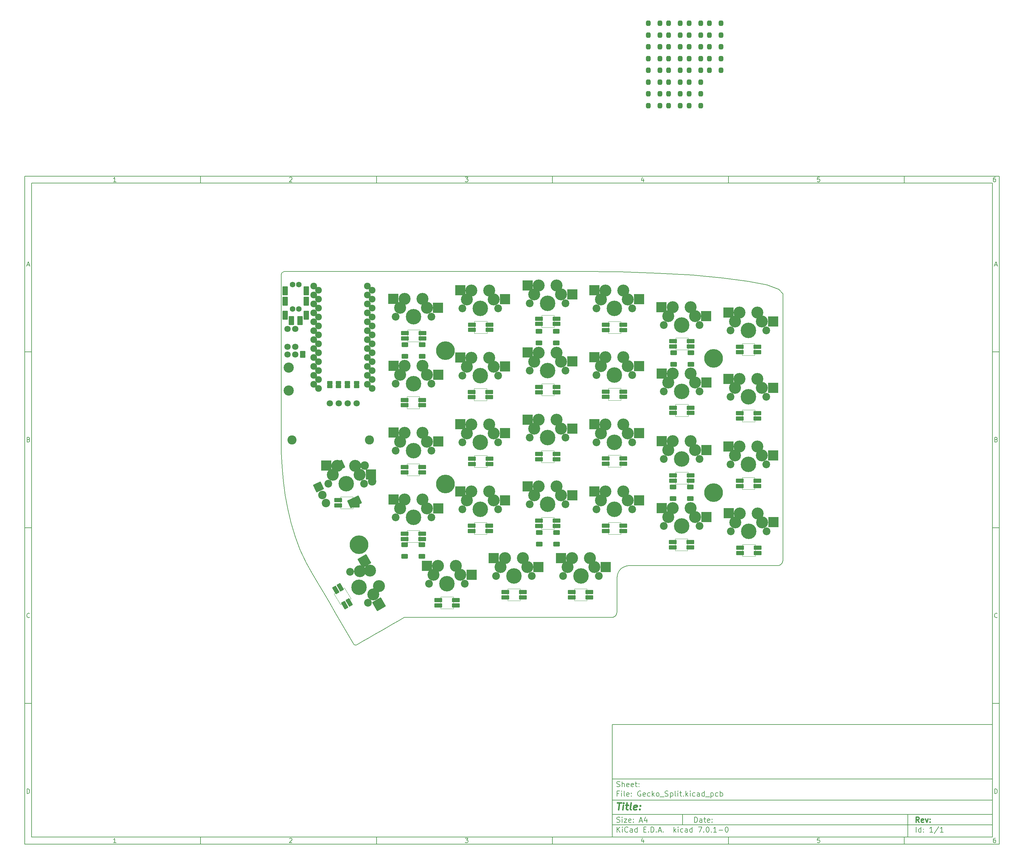
<source format=gts>
G04 #@! TF.GenerationSoftware,KiCad,Pcbnew,7.0.1-0*
G04 #@! TF.CreationDate,2023-03-25T18:19:26+07:00*
G04 #@! TF.ProjectId,Gecko_Split,4765636b-6f5f-4537-906c-69742e6b6963,rev?*
G04 #@! TF.SameCoordinates,Original*
G04 #@! TF.FileFunction,Soldermask,Top*
G04 #@! TF.FilePolarity,Negative*
%FSLAX46Y46*%
G04 Gerber Fmt 4.6, Leading zero omitted, Abs format (unit mm)*
G04 Created by KiCad (PCBNEW 7.0.1-0) date 2023-03-25 18:19:26*
%MOMM*%
%LPD*%
G01*
G04 APERTURE LIST*
G04 Aperture macros list*
%AMRoundRect*
0 Rectangle with rounded corners*
0 $1 Rounding radius*
0 $2 $3 $4 $5 $6 $7 $8 $9 X,Y pos of 4 corners*
0 Add a 4 corners polygon primitive as box body*
4,1,4,$2,$3,$4,$5,$6,$7,$8,$9,$2,$3,0*
0 Add four circle primitives for the rounded corners*
1,1,$1+$1,$2,$3*
1,1,$1+$1,$4,$5*
1,1,$1+$1,$6,$7*
1,1,$1+$1,$8,$9*
0 Add four rect primitives between the rounded corners*
20,1,$1+$1,$2,$3,$4,$5,0*
20,1,$1+$1,$4,$5,$6,$7,0*
20,1,$1+$1,$6,$7,$8,$9,0*
20,1,$1+$1,$8,$9,$2,$3,0*%
G04 Aperture macros list end*
%ADD10C,0.100000*%
%ADD11C,0.150000*%
%ADD12C,0.300000*%
%ADD13C,0.400000*%
%ADD14RoundRect,0.200000X-0.900000X-0.410000X0.900000X-0.410000X0.900000X0.410000X-0.900000X0.410000X0*%
%ADD15RoundRect,0.200000X-0.805070X0.574423X0.094930X-0.984423X0.805070X-0.574423X-0.094930X0.984423X0*%
%ADD16C,1.797000*%
%ADD17C,1.600000*%
%ADD18RoundRect,0.200000X-0.600000X-1.050000X0.600000X-1.050000X0.600000X1.050000X-0.600000X1.050000X0*%
%ADD19C,5.300000*%
%ADD20C,1.924000*%
%ADD21RoundRect,0.200000X0.571500X-0.317500X0.571500X0.317500X-0.571500X0.317500X-0.571500X-0.317500X0*%
%ADD22C,2.900000*%
%ADD23RoundRect,0.200000X0.190500X0.190500X-0.190500X0.190500X-0.190500X-0.190500X0.190500X-0.190500X0*%
%ADD24C,2.600000*%
%ADD25RoundRect,0.200000X-0.750000X-0.450000X0.750000X-0.450000X0.750000X0.450000X-0.750000X0.450000X0*%
%ADD26C,2.200000*%
%ADD27C,3.400000*%
%ADD28C,4.400000*%
%ADD29RoundRect,0.200000X1.275000X1.250000X-1.275000X1.250000X-1.275000X-1.250000X1.275000X-1.250000X0*%
%ADD30RoundRect,0.425000X-0.225000X-0.375000X0.225000X-0.375000X0.225000X0.375000X-0.225000X0.375000X0*%
%ADD31RoundRect,0.200000X1.720032X-0.479182X0.445032X1.729182X-1.720032X0.479182X-0.445032X-1.729182X0*%
%ADD32RoundRect,0.200000X-0.483690X-1.328926X1.328926X-0.483690X0.483690X1.328926X-1.328926X0.483690X0*%
%ADD33C,2.400000*%
%ADD34RoundRect,0.200000X-1.027474X-1.582497X1.872711X-0.230119X1.027474X1.582497X-1.872711X0.230119X0*%
G04 #@! TA.AperFunction,Profile*
%ADD35C,0.200000*%
G04 #@! TD*
G04 #@! TA.AperFunction,Profile*
%ADD36C,0.050000*%
G04 #@! TD*
G04 APERTURE END LIST*
D10*
D11*
X177002200Y-166007200D02*
X285002200Y-166007200D01*
X285002200Y-198007200D01*
X177002200Y-198007200D01*
X177002200Y-166007200D01*
D10*
D11*
X10000000Y-10000000D02*
X287002200Y-10000000D01*
X287002200Y-200007200D01*
X10000000Y-200007200D01*
X10000000Y-10000000D01*
D10*
D11*
X12000000Y-12000000D02*
X285002200Y-12000000D01*
X285002200Y-198007200D01*
X12000000Y-198007200D01*
X12000000Y-12000000D01*
D10*
D11*
X60000000Y-12000000D02*
X60000000Y-10000000D01*
D10*
D11*
X110000000Y-12000000D02*
X110000000Y-10000000D01*
D10*
D11*
X160000000Y-12000000D02*
X160000000Y-10000000D01*
D10*
D11*
X210000000Y-12000000D02*
X210000000Y-10000000D01*
D10*
D11*
X260000000Y-12000000D02*
X260000000Y-10000000D01*
D10*
D11*
X35990476Y-11601404D02*
X35247619Y-11601404D01*
X35619047Y-11601404D02*
X35619047Y-10301404D01*
X35619047Y-10301404D02*
X35495238Y-10487119D01*
X35495238Y-10487119D02*
X35371428Y-10610928D01*
X35371428Y-10610928D02*
X35247619Y-10672833D01*
D10*
D11*
X85247619Y-10425214D02*
X85309523Y-10363309D01*
X85309523Y-10363309D02*
X85433333Y-10301404D01*
X85433333Y-10301404D02*
X85742857Y-10301404D01*
X85742857Y-10301404D02*
X85866666Y-10363309D01*
X85866666Y-10363309D02*
X85928571Y-10425214D01*
X85928571Y-10425214D02*
X85990476Y-10549023D01*
X85990476Y-10549023D02*
X85990476Y-10672833D01*
X85990476Y-10672833D02*
X85928571Y-10858547D01*
X85928571Y-10858547D02*
X85185714Y-11601404D01*
X85185714Y-11601404D02*
X85990476Y-11601404D01*
D10*
D11*
X135185714Y-10301404D02*
X135990476Y-10301404D01*
X135990476Y-10301404D02*
X135557142Y-10796642D01*
X135557142Y-10796642D02*
X135742857Y-10796642D01*
X135742857Y-10796642D02*
X135866666Y-10858547D01*
X135866666Y-10858547D02*
X135928571Y-10920452D01*
X135928571Y-10920452D02*
X135990476Y-11044261D01*
X135990476Y-11044261D02*
X135990476Y-11353785D01*
X135990476Y-11353785D02*
X135928571Y-11477595D01*
X135928571Y-11477595D02*
X135866666Y-11539500D01*
X135866666Y-11539500D02*
X135742857Y-11601404D01*
X135742857Y-11601404D02*
X135371428Y-11601404D01*
X135371428Y-11601404D02*
X135247619Y-11539500D01*
X135247619Y-11539500D02*
X135185714Y-11477595D01*
D10*
D11*
X185866666Y-10734738D02*
X185866666Y-11601404D01*
X185557142Y-10239500D02*
X185247619Y-11168071D01*
X185247619Y-11168071D02*
X186052380Y-11168071D01*
D10*
D11*
X235928571Y-10301404D02*
X235309523Y-10301404D01*
X235309523Y-10301404D02*
X235247619Y-10920452D01*
X235247619Y-10920452D02*
X235309523Y-10858547D01*
X235309523Y-10858547D02*
X235433333Y-10796642D01*
X235433333Y-10796642D02*
X235742857Y-10796642D01*
X235742857Y-10796642D02*
X235866666Y-10858547D01*
X235866666Y-10858547D02*
X235928571Y-10920452D01*
X235928571Y-10920452D02*
X235990476Y-11044261D01*
X235990476Y-11044261D02*
X235990476Y-11353785D01*
X235990476Y-11353785D02*
X235928571Y-11477595D01*
X235928571Y-11477595D02*
X235866666Y-11539500D01*
X235866666Y-11539500D02*
X235742857Y-11601404D01*
X235742857Y-11601404D02*
X235433333Y-11601404D01*
X235433333Y-11601404D02*
X235309523Y-11539500D01*
X235309523Y-11539500D02*
X235247619Y-11477595D01*
D10*
D11*
X285866666Y-10301404D02*
X285619047Y-10301404D01*
X285619047Y-10301404D02*
X285495238Y-10363309D01*
X285495238Y-10363309D02*
X285433333Y-10425214D01*
X285433333Y-10425214D02*
X285309523Y-10610928D01*
X285309523Y-10610928D02*
X285247619Y-10858547D01*
X285247619Y-10858547D02*
X285247619Y-11353785D01*
X285247619Y-11353785D02*
X285309523Y-11477595D01*
X285309523Y-11477595D02*
X285371428Y-11539500D01*
X285371428Y-11539500D02*
X285495238Y-11601404D01*
X285495238Y-11601404D02*
X285742857Y-11601404D01*
X285742857Y-11601404D02*
X285866666Y-11539500D01*
X285866666Y-11539500D02*
X285928571Y-11477595D01*
X285928571Y-11477595D02*
X285990476Y-11353785D01*
X285990476Y-11353785D02*
X285990476Y-11044261D01*
X285990476Y-11044261D02*
X285928571Y-10920452D01*
X285928571Y-10920452D02*
X285866666Y-10858547D01*
X285866666Y-10858547D02*
X285742857Y-10796642D01*
X285742857Y-10796642D02*
X285495238Y-10796642D01*
X285495238Y-10796642D02*
X285371428Y-10858547D01*
X285371428Y-10858547D02*
X285309523Y-10920452D01*
X285309523Y-10920452D02*
X285247619Y-11044261D01*
D10*
D11*
X60000000Y-198007200D02*
X60000000Y-200007200D01*
D10*
D11*
X110000000Y-198007200D02*
X110000000Y-200007200D01*
D10*
D11*
X160000000Y-198007200D02*
X160000000Y-200007200D01*
D10*
D11*
X210000000Y-198007200D02*
X210000000Y-200007200D01*
D10*
D11*
X260000000Y-198007200D02*
X260000000Y-200007200D01*
D10*
D11*
X35990476Y-199608604D02*
X35247619Y-199608604D01*
X35619047Y-199608604D02*
X35619047Y-198308604D01*
X35619047Y-198308604D02*
X35495238Y-198494319D01*
X35495238Y-198494319D02*
X35371428Y-198618128D01*
X35371428Y-198618128D02*
X35247619Y-198680033D01*
D10*
D11*
X85247619Y-198432414D02*
X85309523Y-198370509D01*
X85309523Y-198370509D02*
X85433333Y-198308604D01*
X85433333Y-198308604D02*
X85742857Y-198308604D01*
X85742857Y-198308604D02*
X85866666Y-198370509D01*
X85866666Y-198370509D02*
X85928571Y-198432414D01*
X85928571Y-198432414D02*
X85990476Y-198556223D01*
X85990476Y-198556223D02*
X85990476Y-198680033D01*
X85990476Y-198680033D02*
X85928571Y-198865747D01*
X85928571Y-198865747D02*
X85185714Y-199608604D01*
X85185714Y-199608604D02*
X85990476Y-199608604D01*
D10*
D11*
X135185714Y-198308604D02*
X135990476Y-198308604D01*
X135990476Y-198308604D02*
X135557142Y-198803842D01*
X135557142Y-198803842D02*
X135742857Y-198803842D01*
X135742857Y-198803842D02*
X135866666Y-198865747D01*
X135866666Y-198865747D02*
X135928571Y-198927652D01*
X135928571Y-198927652D02*
X135990476Y-199051461D01*
X135990476Y-199051461D02*
X135990476Y-199360985D01*
X135990476Y-199360985D02*
X135928571Y-199484795D01*
X135928571Y-199484795D02*
X135866666Y-199546700D01*
X135866666Y-199546700D02*
X135742857Y-199608604D01*
X135742857Y-199608604D02*
X135371428Y-199608604D01*
X135371428Y-199608604D02*
X135247619Y-199546700D01*
X135247619Y-199546700D02*
X135185714Y-199484795D01*
D10*
D11*
X185866666Y-198741938D02*
X185866666Y-199608604D01*
X185557142Y-198246700D02*
X185247619Y-199175271D01*
X185247619Y-199175271D02*
X186052380Y-199175271D01*
D10*
D11*
X235928571Y-198308604D02*
X235309523Y-198308604D01*
X235309523Y-198308604D02*
X235247619Y-198927652D01*
X235247619Y-198927652D02*
X235309523Y-198865747D01*
X235309523Y-198865747D02*
X235433333Y-198803842D01*
X235433333Y-198803842D02*
X235742857Y-198803842D01*
X235742857Y-198803842D02*
X235866666Y-198865747D01*
X235866666Y-198865747D02*
X235928571Y-198927652D01*
X235928571Y-198927652D02*
X235990476Y-199051461D01*
X235990476Y-199051461D02*
X235990476Y-199360985D01*
X235990476Y-199360985D02*
X235928571Y-199484795D01*
X235928571Y-199484795D02*
X235866666Y-199546700D01*
X235866666Y-199546700D02*
X235742857Y-199608604D01*
X235742857Y-199608604D02*
X235433333Y-199608604D01*
X235433333Y-199608604D02*
X235309523Y-199546700D01*
X235309523Y-199546700D02*
X235247619Y-199484795D01*
D10*
D11*
X285866666Y-198308604D02*
X285619047Y-198308604D01*
X285619047Y-198308604D02*
X285495238Y-198370509D01*
X285495238Y-198370509D02*
X285433333Y-198432414D01*
X285433333Y-198432414D02*
X285309523Y-198618128D01*
X285309523Y-198618128D02*
X285247619Y-198865747D01*
X285247619Y-198865747D02*
X285247619Y-199360985D01*
X285247619Y-199360985D02*
X285309523Y-199484795D01*
X285309523Y-199484795D02*
X285371428Y-199546700D01*
X285371428Y-199546700D02*
X285495238Y-199608604D01*
X285495238Y-199608604D02*
X285742857Y-199608604D01*
X285742857Y-199608604D02*
X285866666Y-199546700D01*
X285866666Y-199546700D02*
X285928571Y-199484795D01*
X285928571Y-199484795D02*
X285990476Y-199360985D01*
X285990476Y-199360985D02*
X285990476Y-199051461D01*
X285990476Y-199051461D02*
X285928571Y-198927652D01*
X285928571Y-198927652D02*
X285866666Y-198865747D01*
X285866666Y-198865747D02*
X285742857Y-198803842D01*
X285742857Y-198803842D02*
X285495238Y-198803842D01*
X285495238Y-198803842D02*
X285371428Y-198865747D01*
X285371428Y-198865747D02*
X285309523Y-198927652D01*
X285309523Y-198927652D02*
X285247619Y-199051461D01*
D10*
D11*
X10000000Y-60000000D02*
X12000000Y-60000000D01*
D10*
D11*
X10000000Y-110000000D02*
X12000000Y-110000000D01*
D10*
D11*
X10000000Y-160000000D02*
X12000000Y-160000000D01*
D10*
D11*
X10690476Y-35229976D02*
X11309523Y-35229976D01*
X10566666Y-35601404D02*
X10999999Y-34301404D01*
X10999999Y-34301404D02*
X11433333Y-35601404D01*
D10*
D11*
X11092857Y-84920452D02*
X11278571Y-84982357D01*
X11278571Y-84982357D02*
X11340476Y-85044261D01*
X11340476Y-85044261D02*
X11402380Y-85168071D01*
X11402380Y-85168071D02*
X11402380Y-85353785D01*
X11402380Y-85353785D02*
X11340476Y-85477595D01*
X11340476Y-85477595D02*
X11278571Y-85539500D01*
X11278571Y-85539500D02*
X11154761Y-85601404D01*
X11154761Y-85601404D02*
X10659523Y-85601404D01*
X10659523Y-85601404D02*
X10659523Y-84301404D01*
X10659523Y-84301404D02*
X11092857Y-84301404D01*
X11092857Y-84301404D02*
X11216666Y-84363309D01*
X11216666Y-84363309D02*
X11278571Y-84425214D01*
X11278571Y-84425214D02*
X11340476Y-84549023D01*
X11340476Y-84549023D02*
X11340476Y-84672833D01*
X11340476Y-84672833D02*
X11278571Y-84796642D01*
X11278571Y-84796642D02*
X11216666Y-84858547D01*
X11216666Y-84858547D02*
X11092857Y-84920452D01*
X11092857Y-84920452D02*
X10659523Y-84920452D01*
D10*
D11*
X11402380Y-135477595D02*
X11340476Y-135539500D01*
X11340476Y-135539500D02*
X11154761Y-135601404D01*
X11154761Y-135601404D02*
X11030952Y-135601404D01*
X11030952Y-135601404D02*
X10845238Y-135539500D01*
X10845238Y-135539500D02*
X10721428Y-135415690D01*
X10721428Y-135415690D02*
X10659523Y-135291880D01*
X10659523Y-135291880D02*
X10597619Y-135044261D01*
X10597619Y-135044261D02*
X10597619Y-134858547D01*
X10597619Y-134858547D02*
X10659523Y-134610928D01*
X10659523Y-134610928D02*
X10721428Y-134487119D01*
X10721428Y-134487119D02*
X10845238Y-134363309D01*
X10845238Y-134363309D02*
X11030952Y-134301404D01*
X11030952Y-134301404D02*
X11154761Y-134301404D01*
X11154761Y-134301404D02*
X11340476Y-134363309D01*
X11340476Y-134363309D02*
X11402380Y-134425214D01*
D10*
D11*
X10659523Y-185601404D02*
X10659523Y-184301404D01*
X10659523Y-184301404D02*
X10969047Y-184301404D01*
X10969047Y-184301404D02*
X11154761Y-184363309D01*
X11154761Y-184363309D02*
X11278571Y-184487119D01*
X11278571Y-184487119D02*
X11340476Y-184610928D01*
X11340476Y-184610928D02*
X11402380Y-184858547D01*
X11402380Y-184858547D02*
X11402380Y-185044261D01*
X11402380Y-185044261D02*
X11340476Y-185291880D01*
X11340476Y-185291880D02*
X11278571Y-185415690D01*
X11278571Y-185415690D02*
X11154761Y-185539500D01*
X11154761Y-185539500D02*
X10969047Y-185601404D01*
X10969047Y-185601404D02*
X10659523Y-185601404D01*
D10*
D11*
X287002200Y-60000000D02*
X285002200Y-60000000D01*
D10*
D11*
X287002200Y-110000000D02*
X285002200Y-110000000D01*
D10*
D11*
X287002200Y-160000000D02*
X285002200Y-160000000D01*
D10*
D11*
X285692676Y-35229976D02*
X286311723Y-35229976D01*
X285568866Y-35601404D02*
X286002199Y-34301404D01*
X286002199Y-34301404D02*
X286435533Y-35601404D01*
D10*
D11*
X286095057Y-84920452D02*
X286280771Y-84982357D01*
X286280771Y-84982357D02*
X286342676Y-85044261D01*
X286342676Y-85044261D02*
X286404580Y-85168071D01*
X286404580Y-85168071D02*
X286404580Y-85353785D01*
X286404580Y-85353785D02*
X286342676Y-85477595D01*
X286342676Y-85477595D02*
X286280771Y-85539500D01*
X286280771Y-85539500D02*
X286156961Y-85601404D01*
X286156961Y-85601404D02*
X285661723Y-85601404D01*
X285661723Y-85601404D02*
X285661723Y-84301404D01*
X285661723Y-84301404D02*
X286095057Y-84301404D01*
X286095057Y-84301404D02*
X286218866Y-84363309D01*
X286218866Y-84363309D02*
X286280771Y-84425214D01*
X286280771Y-84425214D02*
X286342676Y-84549023D01*
X286342676Y-84549023D02*
X286342676Y-84672833D01*
X286342676Y-84672833D02*
X286280771Y-84796642D01*
X286280771Y-84796642D02*
X286218866Y-84858547D01*
X286218866Y-84858547D02*
X286095057Y-84920452D01*
X286095057Y-84920452D02*
X285661723Y-84920452D01*
D10*
D11*
X286404580Y-135477595D02*
X286342676Y-135539500D01*
X286342676Y-135539500D02*
X286156961Y-135601404D01*
X286156961Y-135601404D02*
X286033152Y-135601404D01*
X286033152Y-135601404D02*
X285847438Y-135539500D01*
X285847438Y-135539500D02*
X285723628Y-135415690D01*
X285723628Y-135415690D02*
X285661723Y-135291880D01*
X285661723Y-135291880D02*
X285599819Y-135044261D01*
X285599819Y-135044261D02*
X285599819Y-134858547D01*
X285599819Y-134858547D02*
X285661723Y-134610928D01*
X285661723Y-134610928D02*
X285723628Y-134487119D01*
X285723628Y-134487119D02*
X285847438Y-134363309D01*
X285847438Y-134363309D02*
X286033152Y-134301404D01*
X286033152Y-134301404D02*
X286156961Y-134301404D01*
X286156961Y-134301404D02*
X286342676Y-134363309D01*
X286342676Y-134363309D02*
X286404580Y-134425214D01*
D10*
D11*
X285661723Y-185601404D02*
X285661723Y-184301404D01*
X285661723Y-184301404D02*
X285971247Y-184301404D01*
X285971247Y-184301404D02*
X286156961Y-184363309D01*
X286156961Y-184363309D02*
X286280771Y-184487119D01*
X286280771Y-184487119D02*
X286342676Y-184610928D01*
X286342676Y-184610928D02*
X286404580Y-184858547D01*
X286404580Y-184858547D02*
X286404580Y-185044261D01*
X286404580Y-185044261D02*
X286342676Y-185291880D01*
X286342676Y-185291880D02*
X286280771Y-185415690D01*
X286280771Y-185415690D02*
X286156961Y-185539500D01*
X286156961Y-185539500D02*
X285971247Y-185601404D01*
X285971247Y-185601404D02*
X285661723Y-185601404D01*
D10*
D11*
X200359342Y-193801128D02*
X200359342Y-192301128D01*
X200359342Y-192301128D02*
X200716485Y-192301128D01*
X200716485Y-192301128D02*
X200930771Y-192372557D01*
X200930771Y-192372557D02*
X201073628Y-192515414D01*
X201073628Y-192515414D02*
X201145057Y-192658271D01*
X201145057Y-192658271D02*
X201216485Y-192943985D01*
X201216485Y-192943985D02*
X201216485Y-193158271D01*
X201216485Y-193158271D02*
X201145057Y-193443985D01*
X201145057Y-193443985D02*
X201073628Y-193586842D01*
X201073628Y-193586842D02*
X200930771Y-193729700D01*
X200930771Y-193729700D02*
X200716485Y-193801128D01*
X200716485Y-193801128D02*
X200359342Y-193801128D01*
X202502200Y-193801128D02*
X202502200Y-193015414D01*
X202502200Y-193015414D02*
X202430771Y-192872557D01*
X202430771Y-192872557D02*
X202287914Y-192801128D01*
X202287914Y-192801128D02*
X202002200Y-192801128D01*
X202002200Y-192801128D02*
X201859342Y-192872557D01*
X202502200Y-193729700D02*
X202359342Y-193801128D01*
X202359342Y-193801128D02*
X202002200Y-193801128D01*
X202002200Y-193801128D02*
X201859342Y-193729700D01*
X201859342Y-193729700D02*
X201787914Y-193586842D01*
X201787914Y-193586842D02*
X201787914Y-193443985D01*
X201787914Y-193443985D02*
X201859342Y-193301128D01*
X201859342Y-193301128D02*
X202002200Y-193229700D01*
X202002200Y-193229700D02*
X202359342Y-193229700D01*
X202359342Y-193229700D02*
X202502200Y-193158271D01*
X203002200Y-192801128D02*
X203573628Y-192801128D01*
X203216485Y-192301128D02*
X203216485Y-193586842D01*
X203216485Y-193586842D02*
X203287914Y-193729700D01*
X203287914Y-193729700D02*
X203430771Y-193801128D01*
X203430771Y-193801128D02*
X203573628Y-193801128D01*
X204645057Y-193729700D02*
X204502200Y-193801128D01*
X204502200Y-193801128D02*
X204216486Y-193801128D01*
X204216486Y-193801128D02*
X204073628Y-193729700D01*
X204073628Y-193729700D02*
X204002200Y-193586842D01*
X204002200Y-193586842D02*
X204002200Y-193015414D01*
X204002200Y-193015414D02*
X204073628Y-192872557D01*
X204073628Y-192872557D02*
X204216486Y-192801128D01*
X204216486Y-192801128D02*
X204502200Y-192801128D01*
X204502200Y-192801128D02*
X204645057Y-192872557D01*
X204645057Y-192872557D02*
X204716486Y-193015414D01*
X204716486Y-193015414D02*
X204716486Y-193158271D01*
X204716486Y-193158271D02*
X204002200Y-193301128D01*
X205359342Y-193658271D02*
X205430771Y-193729700D01*
X205430771Y-193729700D02*
X205359342Y-193801128D01*
X205359342Y-193801128D02*
X205287914Y-193729700D01*
X205287914Y-193729700D02*
X205359342Y-193658271D01*
X205359342Y-193658271D02*
X205359342Y-193801128D01*
X205359342Y-192872557D02*
X205430771Y-192943985D01*
X205430771Y-192943985D02*
X205359342Y-193015414D01*
X205359342Y-193015414D02*
X205287914Y-192943985D01*
X205287914Y-192943985D02*
X205359342Y-192872557D01*
X205359342Y-192872557D02*
X205359342Y-193015414D01*
D10*
D11*
X177002200Y-194507200D02*
X285002200Y-194507200D01*
D10*
D11*
X178359342Y-196601128D02*
X178359342Y-195101128D01*
X179216485Y-196601128D02*
X178573628Y-195743985D01*
X179216485Y-195101128D02*
X178359342Y-195958271D01*
X179859342Y-196601128D02*
X179859342Y-195601128D01*
X179859342Y-195101128D02*
X179787914Y-195172557D01*
X179787914Y-195172557D02*
X179859342Y-195243985D01*
X179859342Y-195243985D02*
X179930771Y-195172557D01*
X179930771Y-195172557D02*
X179859342Y-195101128D01*
X179859342Y-195101128D02*
X179859342Y-195243985D01*
X181430771Y-196458271D02*
X181359343Y-196529700D01*
X181359343Y-196529700D02*
X181145057Y-196601128D01*
X181145057Y-196601128D02*
X181002200Y-196601128D01*
X181002200Y-196601128D02*
X180787914Y-196529700D01*
X180787914Y-196529700D02*
X180645057Y-196386842D01*
X180645057Y-196386842D02*
X180573628Y-196243985D01*
X180573628Y-196243985D02*
X180502200Y-195958271D01*
X180502200Y-195958271D02*
X180502200Y-195743985D01*
X180502200Y-195743985D02*
X180573628Y-195458271D01*
X180573628Y-195458271D02*
X180645057Y-195315414D01*
X180645057Y-195315414D02*
X180787914Y-195172557D01*
X180787914Y-195172557D02*
X181002200Y-195101128D01*
X181002200Y-195101128D02*
X181145057Y-195101128D01*
X181145057Y-195101128D02*
X181359343Y-195172557D01*
X181359343Y-195172557D02*
X181430771Y-195243985D01*
X182716486Y-196601128D02*
X182716486Y-195815414D01*
X182716486Y-195815414D02*
X182645057Y-195672557D01*
X182645057Y-195672557D02*
X182502200Y-195601128D01*
X182502200Y-195601128D02*
X182216486Y-195601128D01*
X182216486Y-195601128D02*
X182073628Y-195672557D01*
X182716486Y-196529700D02*
X182573628Y-196601128D01*
X182573628Y-196601128D02*
X182216486Y-196601128D01*
X182216486Y-196601128D02*
X182073628Y-196529700D01*
X182073628Y-196529700D02*
X182002200Y-196386842D01*
X182002200Y-196386842D02*
X182002200Y-196243985D01*
X182002200Y-196243985D02*
X182073628Y-196101128D01*
X182073628Y-196101128D02*
X182216486Y-196029700D01*
X182216486Y-196029700D02*
X182573628Y-196029700D01*
X182573628Y-196029700D02*
X182716486Y-195958271D01*
X184073629Y-196601128D02*
X184073629Y-195101128D01*
X184073629Y-196529700D02*
X183930771Y-196601128D01*
X183930771Y-196601128D02*
X183645057Y-196601128D01*
X183645057Y-196601128D02*
X183502200Y-196529700D01*
X183502200Y-196529700D02*
X183430771Y-196458271D01*
X183430771Y-196458271D02*
X183359343Y-196315414D01*
X183359343Y-196315414D02*
X183359343Y-195886842D01*
X183359343Y-195886842D02*
X183430771Y-195743985D01*
X183430771Y-195743985D02*
X183502200Y-195672557D01*
X183502200Y-195672557D02*
X183645057Y-195601128D01*
X183645057Y-195601128D02*
X183930771Y-195601128D01*
X183930771Y-195601128D02*
X184073629Y-195672557D01*
X185930771Y-195815414D02*
X186430771Y-195815414D01*
X186645057Y-196601128D02*
X185930771Y-196601128D01*
X185930771Y-196601128D02*
X185930771Y-195101128D01*
X185930771Y-195101128D02*
X186645057Y-195101128D01*
X187287914Y-196458271D02*
X187359343Y-196529700D01*
X187359343Y-196529700D02*
X187287914Y-196601128D01*
X187287914Y-196601128D02*
X187216486Y-196529700D01*
X187216486Y-196529700D02*
X187287914Y-196458271D01*
X187287914Y-196458271D02*
X187287914Y-196601128D01*
X188002200Y-196601128D02*
X188002200Y-195101128D01*
X188002200Y-195101128D02*
X188359343Y-195101128D01*
X188359343Y-195101128D02*
X188573629Y-195172557D01*
X188573629Y-195172557D02*
X188716486Y-195315414D01*
X188716486Y-195315414D02*
X188787915Y-195458271D01*
X188787915Y-195458271D02*
X188859343Y-195743985D01*
X188859343Y-195743985D02*
X188859343Y-195958271D01*
X188859343Y-195958271D02*
X188787915Y-196243985D01*
X188787915Y-196243985D02*
X188716486Y-196386842D01*
X188716486Y-196386842D02*
X188573629Y-196529700D01*
X188573629Y-196529700D02*
X188359343Y-196601128D01*
X188359343Y-196601128D02*
X188002200Y-196601128D01*
X189502200Y-196458271D02*
X189573629Y-196529700D01*
X189573629Y-196529700D02*
X189502200Y-196601128D01*
X189502200Y-196601128D02*
X189430772Y-196529700D01*
X189430772Y-196529700D02*
X189502200Y-196458271D01*
X189502200Y-196458271D02*
X189502200Y-196601128D01*
X190145058Y-196172557D02*
X190859344Y-196172557D01*
X190002201Y-196601128D02*
X190502201Y-195101128D01*
X190502201Y-195101128D02*
X191002201Y-196601128D01*
X191502200Y-196458271D02*
X191573629Y-196529700D01*
X191573629Y-196529700D02*
X191502200Y-196601128D01*
X191502200Y-196601128D02*
X191430772Y-196529700D01*
X191430772Y-196529700D02*
X191502200Y-196458271D01*
X191502200Y-196458271D02*
X191502200Y-196601128D01*
X194502200Y-196601128D02*
X194502200Y-195101128D01*
X194645058Y-196029700D02*
X195073629Y-196601128D01*
X195073629Y-195601128D02*
X194502200Y-196172557D01*
X195716486Y-196601128D02*
X195716486Y-195601128D01*
X195716486Y-195101128D02*
X195645058Y-195172557D01*
X195645058Y-195172557D02*
X195716486Y-195243985D01*
X195716486Y-195243985D02*
X195787915Y-195172557D01*
X195787915Y-195172557D02*
X195716486Y-195101128D01*
X195716486Y-195101128D02*
X195716486Y-195243985D01*
X197073630Y-196529700D02*
X196930772Y-196601128D01*
X196930772Y-196601128D02*
X196645058Y-196601128D01*
X196645058Y-196601128D02*
X196502201Y-196529700D01*
X196502201Y-196529700D02*
X196430772Y-196458271D01*
X196430772Y-196458271D02*
X196359344Y-196315414D01*
X196359344Y-196315414D02*
X196359344Y-195886842D01*
X196359344Y-195886842D02*
X196430772Y-195743985D01*
X196430772Y-195743985D02*
X196502201Y-195672557D01*
X196502201Y-195672557D02*
X196645058Y-195601128D01*
X196645058Y-195601128D02*
X196930772Y-195601128D01*
X196930772Y-195601128D02*
X197073630Y-195672557D01*
X198359344Y-196601128D02*
X198359344Y-195815414D01*
X198359344Y-195815414D02*
X198287915Y-195672557D01*
X198287915Y-195672557D02*
X198145058Y-195601128D01*
X198145058Y-195601128D02*
X197859344Y-195601128D01*
X197859344Y-195601128D02*
X197716486Y-195672557D01*
X198359344Y-196529700D02*
X198216486Y-196601128D01*
X198216486Y-196601128D02*
X197859344Y-196601128D01*
X197859344Y-196601128D02*
X197716486Y-196529700D01*
X197716486Y-196529700D02*
X197645058Y-196386842D01*
X197645058Y-196386842D02*
X197645058Y-196243985D01*
X197645058Y-196243985D02*
X197716486Y-196101128D01*
X197716486Y-196101128D02*
X197859344Y-196029700D01*
X197859344Y-196029700D02*
X198216486Y-196029700D01*
X198216486Y-196029700D02*
X198359344Y-195958271D01*
X199716487Y-196601128D02*
X199716487Y-195101128D01*
X199716487Y-196529700D02*
X199573629Y-196601128D01*
X199573629Y-196601128D02*
X199287915Y-196601128D01*
X199287915Y-196601128D02*
X199145058Y-196529700D01*
X199145058Y-196529700D02*
X199073629Y-196458271D01*
X199073629Y-196458271D02*
X199002201Y-196315414D01*
X199002201Y-196315414D02*
X199002201Y-195886842D01*
X199002201Y-195886842D02*
X199073629Y-195743985D01*
X199073629Y-195743985D02*
X199145058Y-195672557D01*
X199145058Y-195672557D02*
X199287915Y-195601128D01*
X199287915Y-195601128D02*
X199573629Y-195601128D01*
X199573629Y-195601128D02*
X199716487Y-195672557D01*
X201430772Y-195101128D02*
X202430772Y-195101128D01*
X202430772Y-195101128D02*
X201787915Y-196601128D01*
X203002200Y-196458271D02*
X203073629Y-196529700D01*
X203073629Y-196529700D02*
X203002200Y-196601128D01*
X203002200Y-196601128D02*
X202930772Y-196529700D01*
X202930772Y-196529700D02*
X203002200Y-196458271D01*
X203002200Y-196458271D02*
X203002200Y-196601128D01*
X204002201Y-195101128D02*
X204145058Y-195101128D01*
X204145058Y-195101128D02*
X204287915Y-195172557D01*
X204287915Y-195172557D02*
X204359344Y-195243985D01*
X204359344Y-195243985D02*
X204430772Y-195386842D01*
X204430772Y-195386842D02*
X204502201Y-195672557D01*
X204502201Y-195672557D02*
X204502201Y-196029700D01*
X204502201Y-196029700D02*
X204430772Y-196315414D01*
X204430772Y-196315414D02*
X204359344Y-196458271D01*
X204359344Y-196458271D02*
X204287915Y-196529700D01*
X204287915Y-196529700D02*
X204145058Y-196601128D01*
X204145058Y-196601128D02*
X204002201Y-196601128D01*
X204002201Y-196601128D02*
X203859344Y-196529700D01*
X203859344Y-196529700D02*
X203787915Y-196458271D01*
X203787915Y-196458271D02*
X203716486Y-196315414D01*
X203716486Y-196315414D02*
X203645058Y-196029700D01*
X203645058Y-196029700D02*
X203645058Y-195672557D01*
X203645058Y-195672557D02*
X203716486Y-195386842D01*
X203716486Y-195386842D02*
X203787915Y-195243985D01*
X203787915Y-195243985D02*
X203859344Y-195172557D01*
X203859344Y-195172557D02*
X204002201Y-195101128D01*
X205145057Y-196458271D02*
X205216486Y-196529700D01*
X205216486Y-196529700D02*
X205145057Y-196601128D01*
X205145057Y-196601128D02*
X205073629Y-196529700D01*
X205073629Y-196529700D02*
X205145057Y-196458271D01*
X205145057Y-196458271D02*
X205145057Y-196601128D01*
X206645058Y-196601128D02*
X205787915Y-196601128D01*
X206216486Y-196601128D02*
X206216486Y-195101128D01*
X206216486Y-195101128D02*
X206073629Y-195315414D01*
X206073629Y-195315414D02*
X205930772Y-195458271D01*
X205930772Y-195458271D02*
X205787915Y-195529700D01*
X207287914Y-196029700D02*
X208430772Y-196029700D01*
X209430772Y-195101128D02*
X209573629Y-195101128D01*
X209573629Y-195101128D02*
X209716486Y-195172557D01*
X209716486Y-195172557D02*
X209787915Y-195243985D01*
X209787915Y-195243985D02*
X209859343Y-195386842D01*
X209859343Y-195386842D02*
X209930772Y-195672557D01*
X209930772Y-195672557D02*
X209930772Y-196029700D01*
X209930772Y-196029700D02*
X209859343Y-196315414D01*
X209859343Y-196315414D02*
X209787915Y-196458271D01*
X209787915Y-196458271D02*
X209716486Y-196529700D01*
X209716486Y-196529700D02*
X209573629Y-196601128D01*
X209573629Y-196601128D02*
X209430772Y-196601128D01*
X209430772Y-196601128D02*
X209287915Y-196529700D01*
X209287915Y-196529700D02*
X209216486Y-196458271D01*
X209216486Y-196458271D02*
X209145057Y-196315414D01*
X209145057Y-196315414D02*
X209073629Y-196029700D01*
X209073629Y-196029700D02*
X209073629Y-195672557D01*
X209073629Y-195672557D02*
X209145057Y-195386842D01*
X209145057Y-195386842D02*
X209216486Y-195243985D01*
X209216486Y-195243985D02*
X209287915Y-195172557D01*
X209287915Y-195172557D02*
X209430772Y-195101128D01*
D10*
D11*
X177002200Y-191507200D02*
X285002200Y-191507200D01*
D10*
D12*
X264216485Y-193801128D02*
X263716485Y-193086842D01*
X263359342Y-193801128D02*
X263359342Y-192301128D01*
X263359342Y-192301128D02*
X263930771Y-192301128D01*
X263930771Y-192301128D02*
X264073628Y-192372557D01*
X264073628Y-192372557D02*
X264145057Y-192443985D01*
X264145057Y-192443985D02*
X264216485Y-192586842D01*
X264216485Y-192586842D02*
X264216485Y-192801128D01*
X264216485Y-192801128D02*
X264145057Y-192943985D01*
X264145057Y-192943985D02*
X264073628Y-193015414D01*
X264073628Y-193015414D02*
X263930771Y-193086842D01*
X263930771Y-193086842D02*
X263359342Y-193086842D01*
X265430771Y-193729700D02*
X265287914Y-193801128D01*
X265287914Y-193801128D02*
X265002200Y-193801128D01*
X265002200Y-193801128D02*
X264859342Y-193729700D01*
X264859342Y-193729700D02*
X264787914Y-193586842D01*
X264787914Y-193586842D02*
X264787914Y-193015414D01*
X264787914Y-193015414D02*
X264859342Y-192872557D01*
X264859342Y-192872557D02*
X265002200Y-192801128D01*
X265002200Y-192801128D02*
X265287914Y-192801128D01*
X265287914Y-192801128D02*
X265430771Y-192872557D01*
X265430771Y-192872557D02*
X265502200Y-193015414D01*
X265502200Y-193015414D02*
X265502200Y-193158271D01*
X265502200Y-193158271D02*
X264787914Y-193301128D01*
X266002199Y-192801128D02*
X266359342Y-193801128D01*
X266359342Y-193801128D02*
X266716485Y-192801128D01*
X267287913Y-193658271D02*
X267359342Y-193729700D01*
X267359342Y-193729700D02*
X267287913Y-193801128D01*
X267287913Y-193801128D02*
X267216485Y-193729700D01*
X267216485Y-193729700D02*
X267287913Y-193658271D01*
X267287913Y-193658271D02*
X267287913Y-193801128D01*
X267287913Y-192872557D02*
X267359342Y-192943985D01*
X267359342Y-192943985D02*
X267287913Y-193015414D01*
X267287913Y-193015414D02*
X267216485Y-192943985D01*
X267216485Y-192943985D02*
X267287913Y-192872557D01*
X267287913Y-192872557D02*
X267287913Y-193015414D01*
D10*
D11*
X178287914Y-193729700D02*
X178502200Y-193801128D01*
X178502200Y-193801128D02*
X178859342Y-193801128D01*
X178859342Y-193801128D02*
X179002200Y-193729700D01*
X179002200Y-193729700D02*
X179073628Y-193658271D01*
X179073628Y-193658271D02*
X179145057Y-193515414D01*
X179145057Y-193515414D02*
X179145057Y-193372557D01*
X179145057Y-193372557D02*
X179073628Y-193229700D01*
X179073628Y-193229700D02*
X179002200Y-193158271D01*
X179002200Y-193158271D02*
X178859342Y-193086842D01*
X178859342Y-193086842D02*
X178573628Y-193015414D01*
X178573628Y-193015414D02*
X178430771Y-192943985D01*
X178430771Y-192943985D02*
X178359342Y-192872557D01*
X178359342Y-192872557D02*
X178287914Y-192729700D01*
X178287914Y-192729700D02*
X178287914Y-192586842D01*
X178287914Y-192586842D02*
X178359342Y-192443985D01*
X178359342Y-192443985D02*
X178430771Y-192372557D01*
X178430771Y-192372557D02*
X178573628Y-192301128D01*
X178573628Y-192301128D02*
X178930771Y-192301128D01*
X178930771Y-192301128D02*
X179145057Y-192372557D01*
X179787913Y-193801128D02*
X179787913Y-192801128D01*
X179787913Y-192301128D02*
X179716485Y-192372557D01*
X179716485Y-192372557D02*
X179787913Y-192443985D01*
X179787913Y-192443985D02*
X179859342Y-192372557D01*
X179859342Y-192372557D02*
X179787913Y-192301128D01*
X179787913Y-192301128D02*
X179787913Y-192443985D01*
X180359342Y-192801128D02*
X181145057Y-192801128D01*
X181145057Y-192801128D02*
X180359342Y-193801128D01*
X180359342Y-193801128D02*
X181145057Y-193801128D01*
X182287914Y-193729700D02*
X182145057Y-193801128D01*
X182145057Y-193801128D02*
X181859343Y-193801128D01*
X181859343Y-193801128D02*
X181716485Y-193729700D01*
X181716485Y-193729700D02*
X181645057Y-193586842D01*
X181645057Y-193586842D02*
X181645057Y-193015414D01*
X181645057Y-193015414D02*
X181716485Y-192872557D01*
X181716485Y-192872557D02*
X181859343Y-192801128D01*
X181859343Y-192801128D02*
X182145057Y-192801128D01*
X182145057Y-192801128D02*
X182287914Y-192872557D01*
X182287914Y-192872557D02*
X182359343Y-193015414D01*
X182359343Y-193015414D02*
X182359343Y-193158271D01*
X182359343Y-193158271D02*
X181645057Y-193301128D01*
X183002199Y-193658271D02*
X183073628Y-193729700D01*
X183073628Y-193729700D02*
X183002199Y-193801128D01*
X183002199Y-193801128D02*
X182930771Y-193729700D01*
X182930771Y-193729700D02*
X183002199Y-193658271D01*
X183002199Y-193658271D02*
X183002199Y-193801128D01*
X183002199Y-192872557D02*
X183073628Y-192943985D01*
X183073628Y-192943985D02*
X183002199Y-193015414D01*
X183002199Y-193015414D02*
X182930771Y-192943985D01*
X182930771Y-192943985D02*
X183002199Y-192872557D01*
X183002199Y-192872557D02*
X183002199Y-193015414D01*
X184787914Y-193372557D02*
X185502200Y-193372557D01*
X184645057Y-193801128D02*
X185145057Y-192301128D01*
X185145057Y-192301128D02*
X185645057Y-193801128D01*
X186787914Y-192801128D02*
X186787914Y-193801128D01*
X186430771Y-192229700D02*
X186073628Y-193301128D01*
X186073628Y-193301128D02*
X187002199Y-193301128D01*
D10*
D11*
X263359342Y-196601128D02*
X263359342Y-195101128D01*
X264716486Y-196601128D02*
X264716486Y-195101128D01*
X264716486Y-196529700D02*
X264573628Y-196601128D01*
X264573628Y-196601128D02*
X264287914Y-196601128D01*
X264287914Y-196601128D02*
X264145057Y-196529700D01*
X264145057Y-196529700D02*
X264073628Y-196458271D01*
X264073628Y-196458271D02*
X264002200Y-196315414D01*
X264002200Y-196315414D02*
X264002200Y-195886842D01*
X264002200Y-195886842D02*
X264073628Y-195743985D01*
X264073628Y-195743985D02*
X264145057Y-195672557D01*
X264145057Y-195672557D02*
X264287914Y-195601128D01*
X264287914Y-195601128D02*
X264573628Y-195601128D01*
X264573628Y-195601128D02*
X264716486Y-195672557D01*
X265430771Y-196458271D02*
X265502200Y-196529700D01*
X265502200Y-196529700D02*
X265430771Y-196601128D01*
X265430771Y-196601128D02*
X265359343Y-196529700D01*
X265359343Y-196529700D02*
X265430771Y-196458271D01*
X265430771Y-196458271D02*
X265430771Y-196601128D01*
X265430771Y-195672557D02*
X265502200Y-195743985D01*
X265502200Y-195743985D02*
X265430771Y-195815414D01*
X265430771Y-195815414D02*
X265359343Y-195743985D01*
X265359343Y-195743985D02*
X265430771Y-195672557D01*
X265430771Y-195672557D02*
X265430771Y-195815414D01*
X268073629Y-196601128D02*
X267216486Y-196601128D01*
X267645057Y-196601128D02*
X267645057Y-195101128D01*
X267645057Y-195101128D02*
X267502200Y-195315414D01*
X267502200Y-195315414D02*
X267359343Y-195458271D01*
X267359343Y-195458271D02*
X267216486Y-195529700D01*
X269787914Y-195029700D02*
X268502200Y-196958271D01*
X271073629Y-196601128D02*
X270216486Y-196601128D01*
X270645057Y-196601128D02*
X270645057Y-195101128D01*
X270645057Y-195101128D02*
X270502200Y-195315414D01*
X270502200Y-195315414D02*
X270359343Y-195458271D01*
X270359343Y-195458271D02*
X270216486Y-195529700D01*
D10*
D11*
X177002200Y-187507200D02*
X285002200Y-187507200D01*
D10*
D13*
X178430771Y-188232438D02*
X179573628Y-188232438D01*
X178752200Y-190232438D02*
X179002200Y-188232438D01*
X179978390Y-190232438D02*
X180145057Y-188899104D01*
X180228390Y-188232438D02*
X180121247Y-188327676D01*
X180121247Y-188327676D02*
X180204581Y-188422914D01*
X180204581Y-188422914D02*
X180311724Y-188327676D01*
X180311724Y-188327676D02*
X180228390Y-188232438D01*
X180228390Y-188232438D02*
X180204581Y-188422914D01*
X180799819Y-188899104D02*
X181561723Y-188899104D01*
X181168866Y-188232438D02*
X180954581Y-189946723D01*
X180954581Y-189946723D02*
X181026009Y-190137200D01*
X181026009Y-190137200D02*
X181204581Y-190232438D01*
X181204581Y-190232438D02*
X181395057Y-190232438D01*
X182335533Y-190232438D02*
X182156961Y-190137200D01*
X182156961Y-190137200D02*
X182085533Y-189946723D01*
X182085533Y-189946723D02*
X182299818Y-188232438D01*
X183859342Y-190137200D02*
X183656961Y-190232438D01*
X183656961Y-190232438D02*
X183276008Y-190232438D01*
X183276008Y-190232438D02*
X183097437Y-190137200D01*
X183097437Y-190137200D02*
X183026008Y-189946723D01*
X183026008Y-189946723D02*
X183121247Y-189184819D01*
X183121247Y-189184819D02*
X183240294Y-188994342D01*
X183240294Y-188994342D02*
X183442675Y-188899104D01*
X183442675Y-188899104D02*
X183823627Y-188899104D01*
X183823627Y-188899104D02*
X184002199Y-188994342D01*
X184002199Y-188994342D02*
X184073627Y-189184819D01*
X184073627Y-189184819D02*
X184049818Y-189375295D01*
X184049818Y-189375295D02*
X183073627Y-189565771D01*
X184811723Y-190041961D02*
X184895056Y-190137200D01*
X184895056Y-190137200D02*
X184787913Y-190232438D01*
X184787913Y-190232438D02*
X184704580Y-190137200D01*
X184704580Y-190137200D02*
X184811723Y-190041961D01*
X184811723Y-190041961D02*
X184787913Y-190232438D01*
X184942675Y-188994342D02*
X185026008Y-189089580D01*
X185026008Y-189089580D02*
X184918866Y-189184819D01*
X184918866Y-189184819D02*
X184835532Y-189089580D01*
X184835532Y-189089580D02*
X184942675Y-188994342D01*
X184942675Y-188994342D02*
X184918866Y-189184819D01*
D10*
D11*
X178859342Y-185615414D02*
X178359342Y-185615414D01*
X178359342Y-186401128D02*
X178359342Y-184901128D01*
X178359342Y-184901128D02*
X179073628Y-184901128D01*
X179645056Y-186401128D02*
X179645056Y-185401128D01*
X179645056Y-184901128D02*
X179573628Y-184972557D01*
X179573628Y-184972557D02*
X179645056Y-185043985D01*
X179645056Y-185043985D02*
X179716485Y-184972557D01*
X179716485Y-184972557D02*
X179645056Y-184901128D01*
X179645056Y-184901128D02*
X179645056Y-185043985D01*
X180573628Y-186401128D02*
X180430771Y-186329700D01*
X180430771Y-186329700D02*
X180359342Y-186186842D01*
X180359342Y-186186842D02*
X180359342Y-184901128D01*
X181716485Y-186329700D02*
X181573628Y-186401128D01*
X181573628Y-186401128D02*
X181287914Y-186401128D01*
X181287914Y-186401128D02*
X181145056Y-186329700D01*
X181145056Y-186329700D02*
X181073628Y-186186842D01*
X181073628Y-186186842D02*
X181073628Y-185615414D01*
X181073628Y-185615414D02*
X181145056Y-185472557D01*
X181145056Y-185472557D02*
X181287914Y-185401128D01*
X181287914Y-185401128D02*
X181573628Y-185401128D01*
X181573628Y-185401128D02*
X181716485Y-185472557D01*
X181716485Y-185472557D02*
X181787914Y-185615414D01*
X181787914Y-185615414D02*
X181787914Y-185758271D01*
X181787914Y-185758271D02*
X181073628Y-185901128D01*
X182430770Y-186258271D02*
X182502199Y-186329700D01*
X182502199Y-186329700D02*
X182430770Y-186401128D01*
X182430770Y-186401128D02*
X182359342Y-186329700D01*
X182359342Y-186329700D02*
X182430770Y-186258271D01*
X182430770Y-186258271D02*
X182430770Y-186401128D01*
X182430770Y-185472557D02*
X182502199Y-185543985D01*
X182502199Y-185543985D02*
X182430770Y-185615414D01*
X182430770Y-185615414D02*
X182359342Y-185543985D01*
X182359342Y-185543985D02*
X182430770Y-185472557D01*
X182430770Y-185472557D02*
X182430770Y-185615414D01*
X185073628Y-184972557D02*
X184930771Y-184901128D01*
X184930771Y-184901128D02*
X184716485Y-184901128D01*
X184716485Y-184901128D02*
X184502199Y-184972557D01*
X184502199Y-184972557D02*
X184359342Y-185115414D01*
X184359342Y-185115414D02*
X184287913Y-185258271D01*
X184287913Y-185258271D02*
X184216485Y-185543985D01*
X184216485Y-185543985D02*
X184216485Y-185758271D01*
X184216485Y-185758271D02*
X184287913Y-186043985D01*
X184287913Y-186043985D02*
X184359342Y-186186842D01*
X184359342Y-186186842D02*
X184502199Y-186329700D01*
X184502199Y-186329700D02*
X184716485Y-186401128D01*
X184716485Y-186401128D02*
X184859342Y-186401128D01*
X184859342Y-186401128D02*
X185073628Y-186329700D01*
X185073628Y-186329700D02*
X185145056Y-186258271D01*
X185145056Y-186258271D02*
X185145056Y-185758271D01*
X185145056Y-185758271D02*
X184859342Y-185758271D01*
X186359342Y-186329700D02*
X186216485Y-186401128D01*
X186216485Y-186401128D02*
X185930771Y-186401128D01*
X185930771Y-186401128D02*
X185787913Y-186329700D01*
X185787913Y-186329700D02*
X185716485Y-186186842D01*
X185716485Y-186186842D02*
X185716485Y-185615414D01*
X185716485Y-185615414D02*
X185787913Y-185472557D01*
X185787913Y-185472557D02*
X185930771Y-185401128D01*
X185930771Y-185401128D02*
X186216485Y-185401128D01*
X186216485Y-185401128D02*
X186359342Y-185472557D01*
X186359342Y-185472557D02*
X186430771Y-185615414D01*
X186430771Y-185615414D02*
X186430771Y-185758271D01*
X186430771Y-185758271D02*
X185716485Y-185901128D01*
X187716485Y-186329700D02*
X187573627Y-186401128D01*
X187573627Y-186401128D02*
X187287913Y-186401128D01*
X187287913Y-186401128D02*
X187145056Y-186329700D01*
X187145056Y-186329700D02*
X187073627Y-186258271D01*
X187073627Y-186258271D02*
X187002199Y-186115414D01*
X187002199Y-186115414D02*
X187002199Y-185686842D01*
X187002199Y-185686842D02*
X187073627Y-185543985D01*
X187073627Y-185543985D02*
X187145056Y-185472557D01*
X187145056Y-185472557D02*
X187287913Y-185401128D01*
X187287913Y-185401128D02*
X187573627Y-185401128D01*
X187573627Y-185401128D02*
X187716485Y-185472557D01*
X188359341Y-186401128D02*
X188359341Y-184901128D01*
X188502199Y-185829700D02*
X188930770Y-186401128D01*
X188930770Y-185401128D02*
X188359341Y-185972557D01*
X189787913Y-186401128D02*
X189645056Y-186329700D01*
X189645056Y-186329700D02*
X189573627Y-186258271D01*
X189573627Y-186258271D02*
X189502199Y-186115414D01*
X189502199Y-186115414D02*
X189502199Y-185686842D01*
X189502199Y-185686842D02*
X189573627Y-185543985D01*
X189573627Y-185543985D02*
X189645056Y-185472557D01*
X189645056Y-185472557D02*
X189787913Y-185401128D01*
X189787913Y-185401128D02*
X190002199Y-185401128D01*
X190002199Y-185401128D02*
X190145056Y-185472557D01*
X190145056Y-185472557D02*
X190216485Y-185543985D01*
X190216485Y-185543985D02*
X190287913Y-185686842D01*
X190287913Y-185686842D02*
X190287913Y-186115414D01*
X190287913Y-186115414D02*
X190216485Y-186258271D01*
X190216485Y-186258271D02*
X190145056Y-186329700D01*
X190145056Y-186329700D02*
X190002199Y-186401128D01*
X190002199Y-186401128D02*
X189787913Y-186401128D01*
X190573628Y-186543985D02*
X191716485Y-186543985D01*
X192002199Y-186329700D02*
X192216485Y-186401128D01*
X192216485Y-186401128D02*
X192573627Y-186401128D01*
X192573627Y-186401128D02*
X192716485Y-186329700D01*
X192716485Y-186329700D02*
X192787913Y-186258271D01*
X192787913Y-186258271D02*
X192859342Y-186115414D01*
X192859342Y-186115414D02*
X192859342Y-185972557D01*
X192859342Y-185972557D02*
X192787913Y-185829700D01*
X192787913Y-185829700D02*
X192716485Y-185758271D01*
X192716485Y-185758271D02*
X192573627Y-185686842D01*
X192573627Y-185686842D02*
X192287913Y-185615414D01*
X192287913Y-185615414D02*
X192145056Y-185543985D01*
X192145056Y-185543985D02*
X192073627Y-185472557D01*
X192073627Y-185472557D02*
X192002199Y-185329700D01*
X192002199Y-185329700D02*
X192002199Y-185186842D01*
X192002199Y-185186842D02*
X192073627Y-185043985D01*
X192073627Y-185043985D02*
X192145056Y-184972557D01*
X192145056Y-184972557D02*
X192287913Y-184901128D01*
X192287913Y-184901128D02*
X192645056Y-184901128D01*
X192645056Y-184901128D02*
X192859342Y-184972557D01*
X193502198Y-185401128D02*
X193502198Y-186901128D01*
X193502198Y-185472557D02*
X193645056Y-185401128D01*
X193645056Y-185401128D02*
X193930770Y-185401128D01*
X193930770Y-185401128D02*
X194073627Y-185472557D01*
X194073627Y-185472557D02*
X194145056Y-185543985D01*
X194145056Y-185543985D02*
X194216484Y-185686842D01*
X194216484Y-185686842D02*
X194216484Y-186115414D01*
X194216484Y-186115414D02*
X194145056Y-186258271D01*
X194145056Y-186258271D02*
X194073627Y-186329700D01*
X194073627Y-186329700D02*
X193930770Y-186401128D01*
X193930770Y-186401128D02*
X193645056Y-186401128D01*
X193645056Y-186401128D02*
X193502198Y-186329700D01*
X195073627Y-186401128D02*
X194930770Y-186329700D01*
X194930770Y-186329700D02*
X194859341Y-186186842D01*
X194859341Y-186186842D02*
X194859341Y-184901128D01*
X195645055Y-186401128D02*
X195645055Y-185401128D01*
X195645055Y-184901128D02*
X195573627Y-184972557D01*
X195573627Y-184972557D02*
X195645055Y-185043985D01*
X195645055Y-185043985D02*
X195716484Y-184972557D01*
X195716484Y-184972557D02*
X195645055Y-184901128D01*
X195645055Y-184901128D02*
X195645055Y-185043985D01*
X196145056Y-185401128D02*
X196716484Y-185401128D01*
X196359341Y-184901128D02*
X196359341Y-186186842D01*
X196359341Y-186186842D02*
X196430770Y-186329700D01*
X196430770Y-186329700D02*
X196573627Y-186401128D01*
X196573627Y-186401128D02*
X196716484Y-186401128D01*
X197216484Y-186258271D02*
X197287913Y-186329700D01*
X197287913Y-186329700D02*
X197216484Y-186401128D01*
X197216484Y-186401128D02*
X197145056Y-186329700D01*
X197145056Y-186329700D02*
X197216484Y-186258271D01*
X197216484Y-186258271D02*
X197216484Y-186401128D01*
X197930770Y-186401128D02*
X197930770Y-184901128D01*
X198073628Y-185829700D02*
X198502199Y-186401128D01*
X198502199Y-185401128D02*
X197930770Y-185972557D01*
X199145056Y-186401128D02*
X199145056Y-185401128D01*
X199145056Y-184901128D02*
X199073628Y-184972557D01*
X199073628Y-184972557D02*
X199145056Y-185043985D01*
X199145056Y-185043985D02*
X199216485Y-184972557D01*
X199216485Y-184972557D02*
X199145056Y-184901128D01*
X199145056Y-184901128D02*
X199145056Y-185043985D01*
X200502200Y-186329700D02*
X200359342Y-186401128D01*
X200359342Y-186401128D02*
X200073628Y-186401128D01*
X200073628Y-186401128D02*
X199930771Y-186329700D01*
X199930771Y-186329700D02*
X199859342Y-186258271D01*
X199859342Y-186258271D02*
X199787914Y-186115414D01*
X199787914Y-186115414D02*
X199787914Y-185686842D01*
X199787914Y-185686842D02*
X199859342Y-185543985D01*
X199859342Y-185543985D02*
X199930771Y-185472557D01*
X199930771Y-185472557D02*
X200073628Y-185401128D01*
X200073628Y-185401128D02*
X200359342Y-185401128D01*
X200359342Y-185401128D02*
X200502200Y-185472557D01*
X201787914Y-186401128D02*
X201787914Y-185615414D01*
X201787914Y-185615414D02*
X201716485Y-185472557D01*
X201716485Y-185472557D02*
X201573628Y-185401128D01*
X201573628Y-185401128D02*
X201287914Y-185401128D01*
X201287914Y-185401128D02*
X201145056Y-185472557D01*
X201787914Y-186329700D02*
X201645056Y-186401128D01*
X201645056Y-186401128D02*
X201287914Y-186401128D01*
X201287914Y-186401128D02*
X201145056Y-186329700D01*
X201145056Y-186329700D02*
X201073628Y-186186842D01*
X201073628Y-186186842D02*
X201073628Y-186043985D01*
X201073628Y-186043985D02*
X201145056Y-185901128D01*
X201145056Y-185901128D02*
X201287914Y-185829700D01*
X201287914Y-185829700D02*
X201645056Y-185829700D01*
X201645056Y-185829700D02*
X201787914Y-185758271D01*
X203145057Y-186401128D02*
X203145057Y-184901128D01*
X203145057Y-186329700D02*
X203002199Y-186401128D01*
X203002199Y-186401128D02*
X202716485Y-186401128D01*
X202716485Y-186401128D02*
X202573628Y-186329700D01*
X202573628Y-186329700D02*
X202502199Y-186258271D01*
X202502199Y-186258271D02*
X202430771Y-186115414D01*
X202430771Y-186115414D02*
X202430771Y-185686842D01*
X202430771Y-185686842D02*
X202502199Y-185543985D01*
X202502199Y-185543985D02*
X202573628Y-185472557D01*
X202573628Y-185472557D02*
X202716485Y-185401128D01*
X202716485Y-185401128D02*
X203002199Y-185401128D01*
X203002199Y-185401128D02*
X203145057Y-185472557D01*
X203502200Y-186543985D02*
X204645057Y-186543985D01*
X205002199Y-185401128D02*
X205002199Y-186901128D01*
X205002199Y-185472557D02*
X205145057Y-185401128D01*
X205145057Y-185401128D02*
X205430771Y-185401128D01*
X205430771Y-185401128D02*
X205573628Y-185472557D01*
X205573628Y-185472557D02*
X205645057Y-185543985D01*
X205645057Y-185543985D02*
X205716485Y-185686842D01*
X205716485Y-185686842D02*
X205716485Y-186115414D01*
X205716485Y-186115414D02*
X205645057Y-186258271D01*
X205645057Y-186258271D02*
X205573628Y-186329700D01*
X205573628Y-186329700D02*
X205430771Y-186401128D01*
X205430771Y-186401128D02*
X205145057Y-186401128D01*
X205145057Y-186401128D02*
X205002199Y-186329700D01*
X207002200Y-186329700D02*
X206859342Y-186401128D01*
X206859342Y-186401128D02*
X206573628Y-186401128D01*
X206573628Y-186401128D02*
X206430771Y-186329700D01*
X206430771Y-186329700D02*
X206359342Y-186258271D01*
X206359342Y-186258271D02*
X206287914Y-186115414D01*
X206287914Y-186115414D02*
X206287914Y-185686842D01*
X206287914Y-185686842D02*
X206359342Y-185543985D01*
X206359342Y-185543985D02*
X206430771Y-185472557D01*
X206430771Y-185472557D02*
X206573628Y-185401128D01*
X206573628Y-185401128D02*
X206859342Y-185401128D01*
X206859342Y-185401128D02*
X207002200Y-185472557D01*
X207645056Y-186401128D02*
X207645056Y-184901128D01*
X207645056Y-185472557D02*
X207787914Y-185401128D01*
X207787914Y-185401128D02*
X208073628Y-185401128D01*
X208073628Y-185401128D02*
X208216485Y-185472557D01*
X208216485Y-185472557D02*
X208287914Y-185543985D01*
X208287914Y-185543985D02*
X208359342Y-185686842D01*
X208359342Y-185686842D02*
X208359342Y-186115414D01*
X208359342Y-186115414D02*
X208287914Y-186258271D01*
X208287914Y-186258271D02*
X208216485Y-186329700D01*
X208216485Y-186329700D02*
X208073628Y-186401128D01*
X208073628Y-186401128D02*
X207787914Y-186401128D01*
X207787914Y-186401128D02*
X207645056Y-186329700D01*
D10*
D11*
X177002200Y-181507200D02*
X285002200Y-181507200D01*
D10*
D11*
X178287914Y-183629700D02*
X178502200Y-183701128D01*
X178502200Y-183701128D02*
X178859342Y-183701128D01*
X178859342Y-183701128D02*
X179002200Y-183629700D01*
X179002200Y-183629700D02*
X179073628Y-183558271D01*
X179073628Y-183558271D02*
X179145057Y-183415414D01*
X179145057Y-183415414D02*
X179145057Y-183272557D01*
X179145057Y-183272557D02*
X179073628Y-183129700D01*
X179073628Y-183129700D02*
X179002200Y-183058271D01*
X179002200Y-183058271D02*
X178859342Y-182986842D01*
X178859342Y-182986842D02*
X178573628Y-182915414D01*
X178573628Y-182915414D02*
X178430771Y-182843985D01*
X178430771Y-182843985D02*
X178359342Y-182772557D01*
X178359342Y-182772557D02*
X178287914Y-182629700D01*
X178287914Y-182629700D02*
X178287914Y-182486842D01*
X178287914Y-182486842D02*
X178359342Y-182343985D01*
X178359342Y-182343985D02*
X178430771Y-182272557D01*
X178430771Y-182272557D02*
X178573628Y-182201128D01*
X178573628Y-182201128D02*
X178930771Y-182201128D01*
X178930771Y-182201128D02*
X179145057Y-182272557D01*
X179787913Y-183701128D02*
X179787913Y-182201128D01*
X180430771Y-183701128D02*
X180430771Y-182915414D01*
X180430771Y-182915414D02*
X180359342Y-182772557D01*
X180359342Y-182772557D02*
X180216485Y-182701128D01*
X180216485Y-182701128D02*
X180002199Y-182701128D01*
X180002199Y-182701128D02*
X179859342Y-182772557D01*
X179859342Y-182772557D02*
X179787913Y-182843985D01*
X181716485Y-183629700D02*
X181573628Y-183701128D01*
X181573628Y-183701128D02*
X181287914Y-183701128D01*
X181287914Y-183701128D02*
X181145056Y-183629700D01*
X181145056Y-183629700D02*
X181073628Y-183486842D01*
X181073628Y-183486842D02*
X181073628Y-182915414D01*
X181073628Y-182915414D02*
X181145056Y-182772557D01*
X181145056Y-182772557D02*
X181287914Y-182701128D01*
X181287914Y-182701128D02*
X181573628Y-182701128D01*
X181573628Y-182701128D02*
X181716485Y-182772557D01*
X181716485Y-182772557D02*
X181787914Y-182915414D01*
X181787914Y-182915414D02*
X181787914Y-183058271D01*
X181787914Y-183058271D02*
X181073628Y-183201128D01*
X183002199Y-183629700D02*
X182859342Y-183701128D01*
X182859342Y-183701128D02*
X182573628Y-183701128D01*
X182573628Y-183701128D02*
X182430770Y-183629700D01*
X182430770Y-183629700D02*
X182359342Y-183486842D01*
X182359342Y-183486842D02*
X182359342Y-182915414D01*
X182359342Y-182915414D02*
X182430770Y-182772557D01*
X182430770Y-182772557D02*
X182573628Y-182701128D01*
X182573628Y-182701128D02*
X182859342Y-182701128D01*
X182859342Y-182701128D02*
X183002199Y-182772557D01*
X183002199Y-182772557D02*
X183073628Y-182915414D01*
X183073628Y-182915414D02*
X183073628Y-183058271D01*
X183073628Y-183058271D02*
X182359342Y-183201128D01*
X183502199Y-182701128D02*
X184073627Y-182701128D01*
X183716484Y-182201128D02*
X183716484Y-183486842D01*
X183716484Y-183486842D02*
X183787913Y-183629700D01*
X183787913Y-183629700D02*
X183930770Y-183701128D01*
X183930770Y-183701128D02*
X184073627Y-183701128D01*
X184573627Y-183558271D02*
X184645056Y-183629700D01*
X184645056Y-183629700D02*
X184573627Y-183701128D01*
X184573627Y-183701128D02*
X184502199Y-183629700D01*
X184502199Y-183629700D02*
X184573627Y-183558271D01*
X184573627Y-183558271D02*
X184573627Y-183701128D01*
X184573627Y-182772557D02*
X184645056Y-182843985D01*
X184645056Y-182843985D02*
X184573627Y-182915414D01*
X184573627Y-182915414D02*
X184502199Y-182843985D01*
X184502199Y-182843985D02*
X184573627Y-182772557D01*
X184573627Y-182772557D02*
X184573627Y-182915414D01*
D10*
D12*
D10*
D11*
D10*
D11*
D10*
D11*
D10*
D11*
D10*
D11*
X197002200Y-191507200D02*
X197002200Y-194507200D01*
D10*
D11*
X261002200Y-191507200D02*
X261002200Y-198007200D01*
D14*
X170506400Y-129820800D03*
X165506400Y-129820800D03*
X165506400Y-128320800D03*
X170506400Y-128320800D03*
X151558000Y-129844800D03*
X146558000Y-129844800D03*
X146558000Y-128344800D03*
X151558000Y-128344800D03*
X132558800Y-132106800D03*
X127558800Y-132106800D03*
X127558800Y-130606800D03*
X132558800Y-130606800D03*
D15*
X100921362Y-132029328D03*
X98421362Y-127699200D03*
X99720400Y-126949200D03*
X102220400Y-131279328D03*
D14*
X104060000Y-103682800D03*
X99060000Y-103682800D03*
X99060000Y-102182800D03*
X104060000Y-102182800D03*
D16*
X84688035Y-53499272D03*
X84688035Y-58579272D03*
X86938035Y-53499272D03*
X86938035Y-58579272D03*
D17*
X86150000Y-40800000D03*
X86150000Y-47800000D03*
X87900000Y-40800000D03*
X87900000Y-47800000D03*
D18*
X84050000Y-49600000D03*
X90000000Y-49600000D03*
X84050000Y-45600000D03*
X90000000Y-45600000D03*
X84050000Y-42600000D03*
X90000000Y-42600000D03*
X85800000Y-51100000D03*
X88250000Y-51100000D03*
D16*
X84700000Y-60700000D03*
X86900000Y-60700000D03*
D19*
X129600000Y-59600000D03*
X205800000Y-61800000D03*
X129600000Y-97600000D03*
X205800000Y-100000000D03*
X105000000Y-114800000D03*
D20*
X92180000Y-41230000D03*
X108718815Y-42425745D03*
X92180000Y-43770000D03*
X108718815Y-44965745D03*
X92180000Y-46310000D03*
X108718815Y-47505745D03*
X92180000Y-48850000D03*
X108718815Y-50045745D03*
X92180000Y-51390000D03*
X108718815Y-52585745D03*
X92180000Y-53930000D03*
X108718815Y-55125745D03*
X92180000Y-56470000D03*
X108718815Y-57665745D03*
X92180000Y-59010000D03*
X108718815Y-60205745D03*
X92180000Y-61550000D03*
X108718815Y-62745745D03*
X92180000Y-64090000D03*
X108718815Y-65285745D03*
X92180000Y-66630000D03*
X108718815Y-67825745D03*
X92180000Y-69170000D03*
X108718815Y-70365745D03*
X93478815Y-70365745D03*
X107420000Y-69170000D03*
X93478815Y-67825745D03*
X107420000Y-66630000D03*
X93478815Y-65285745D03*
X107420000Y-64090000D03*
X93478815Y-62745745D03*
X107420000Y-61550000D03*
X93478815Y-60205745D03*
X107420000Y-59010000D03*
X93478815Y-57665745D03*
X107420000Y-56470000D03*
X93478815Y-55125745D03*
X107420000Y-53930000D03*
X93478815Y-52585745D03*
X107420000Y-51390000D03*
X93478815Y-50045745D03*
X107420000Y-48850000D03*
X93478815Y-47505745D03*
X107420000Y-46310000D03*
X93478815Y-44965745D03*
X107420000Y-43770000D03*
X93478815Y-42425745D03*
X107420000Y-41230000D03*
D21*
X104300000Y-69800380D03*
X104300000Y-68799620D03*
X101700000Y-69800380D03*
X101700000Y-68799620D03*
X99200000Y-69800380D03*
X99200000Y-68799620D03*
D22*
X85000000Y-70950000D03*
X85000000Y-64450000D03*
D23*
X89000000Y-60700000D03*
D21*
X89000000Y-61200380D03*
X89000000Y-60199620D03*
D24*
X86000000Y-85000000D03*
X108000000Y-85000000D03*
D21*
X96700000Y-69800380D03*
X96700000Y-68799620D03*
D16*
X96700000Y-74600000D03*
X99240000Y-74600000D03*
X101780000Y-74600000D03*
X104320000Y-74600000D03*
D14*
X199288400Y-58470800D03*
X194288400Y-58470800D03*
X194288400Y-56970800D03*
X199288400Y-56970800D03*
D25*
X156237600Y-111404400D03*
X156237600Y-114704400D03*
X161137600Y-114704400D03*
X161137600Y-111404400D03*
D26*
X134427200Y-104789600D03*
D27*
X135697200Y-102249600D03*
X136967200Y-99709600D03*
D28*
X139507200Y-104789600D03*
D27*
X142047200Y-99709600D03*
X143317200Y-102249600D03*
D26*
X144587200Y-104789600D03*
D29*
X146507200Y-102209600D03*
X133807200Y-99669600D03*
D14*
X180107600Y-91822400D03*
X175107600Y-91822400D03*
X175107600Y-90322400D03*
X180107600Y-90322400D03*
X161159200Y-109500800D03*
X156159200Y-109500800D03*
X156159200Y-108000800D03*
X161159200Y-108000800D03*
D26*
X163017200Y-123748800D03*
D27*
X164287200Y-121208800D03*
X165557200Y-118668800D03*
D28*
X168097200Y-123748800D03*
D27*
X170637200Y-118668800D03*
X171907200Y-121208800D03*
D26*
X173177200Y-123748800D03*
D29*
X175097200Y-121168800D03*
X162397200Y-118628800D03*
D30*
X198804600Y23437000D03*
X202104600Y23437000D03*
D14*
X122936000Y-75160000D03*
X117936000Y-75160000D03*
X117936000Y-73660000D03*
X122936000Y-73660000D03*
D26*
X172516800Y-66598800D03*
D27*
X173786800Y-64058800D03*
X175056800Y-61518800D03*
D28*
X177596800Y-66598800D03*
D27*
X180136800Y-61518800D03*
X181406800Y-64058800D03*
D26*
X182676800Y-66598800D03*
D29*
X184596800Y-64018800D03*
X171896800Y-61478800D03*
D30*
X198804600Y20087000D03*
X202104600Y20087000D03*
D26*
X172516800Y-47599600D03*
D27*
X173786800Y-45059600D03*
X175056800Y-42519600D03*
D28*
X177596800Y-47599600D03*
D27*
X180136800Y-42519600D03*
X181406800Y-45059600D03*
D26*
X182676800Y-47599600D03*
D29*
X184596800Y-45019600D03*
X171896800Y-42479600D03*
D26*
X102454350Y-122578536D03*
D27*
X105289055Y-122408388D03*
X108123759Y-122238240D03*
D28*
X104994350Y-126977945D03*
D27*
X110663759Y-126637650D03*
X109099055Y-129007502D03*
D26*
X107534350Y-131377354D03*
D31*
X110728696Y-131750123D03*
X106578400Y-119481600D03*
D30*
X198804600Y10037000D03*
X202104600Y10037000D03*
X198804600Y13387000D03*
X202104600Y13387000D03*
X187214600Y13387000D03*
X190514600Y13387000D03*
D26*
X210627200Y-91988000D03*
D27*
X211897200Y-89448000D03*
X213167200Y-86908000D03*
D28*
X215707200Y-91988000D03*
D27*
X218247200Y-86908000D03*
X219517200Y-89448000D03*
D26*
X220787200Y-91988000D03*
D29*
X222707200Y-89408000D03*
X210007200Y-86868000D03*
D26*
X115428000Y-107075600D03*
D27*
X116698000Y-104535600D03*
X117968000Y-101995600D03*
D28*
X120508000Y-107075600D03*
D27*
X123048000Y-101995600D03*
X124318000Y-104535600D03*
D26*
X125588000Y-107075600D03*
D29*
X127508000Y-104495600D03*
X114808000Y-101955600D03*
D14*
X199136000Y-115620800D03*
X194136000Y-115620800D03*
X194136000Y-114120800D03*
X199136000Y-114120800D03*
D30*
X193009600Y23437000D03*
X196309600Y23437000D03*
D14*
X142036800Y-72874000D03*
X137036800Y-72874000D03*
X137036800Y-71374000D03*
X142036800Y-71374000D03*
X161137600Y-90501600D03*
X156137600Y-90501600D03*
X156137600Y-89001600D03*
X161137600Y-89001600D03*
D26*
X191628000Y-109514000D03*
D27*
X192898000Y-106974000D03*
X194168000Y-104434000D03*
D28*
X196708000Y-109514000D03*
D27*
X199248000Y-104434000D03*
X200518000Y-106974000D03*
D26*
X201788000Y-109514000D03*
D29*
X203708000Y-106934000D03*
X191008000Y-104394000D03*
D30*
X187214600Y23437000D03*
X190514600Y23437000D03*
D14*
X161188400Y-52046000D03*
X156188400Y-52046000D03*
X156188400Y-50546000D03*
X161188400Y-50546000D03*
D30*
X193009600Y30137000D03*
X196309600Y30137000D03*
X204599600Y30137000D03*
X207899600Y30137000D03*
D26*
X172527200Y-85688800D03*
D27*
X173797200Y-83148800D03*
X175067200Y-80608800D03*
D28*
X177607200Y-85688800D03*
D27*
X180147200Y-80608800D03*
X181417200Y-83148800D03*
D26*
X182687200Y-85688800D03*
D29*
X184607200Y-83108800D03*
X171907200Y-80568800D03*
D14*
X142047600Y-110935200D03*
X137047600Y-110935200D03*
X137047600Y-109435200D03*
X142047600Y-109435200D03*
X122936000Y-94234000D03*
X117936000Y-94234000D03*
X117936000Y-92734000D03*
X122936000Y-92734000D03*
D30*
X187214600Y16737000D03*
X190514600Y16737000D03*
D26*
X134427200Y-66740400D03*
D27*
X135697200Y-64200400D03*
X136967200Y-61660400D03*
D28*
X139507200Y-66740400D03*
D27*
X142047200Y-61660400D03*
X143317200Y-64200400D03*
D26*
X144587200Y-66740400D03*
D29*
X146507200Y-64160400D03*
X133807200Y-61620400D03*
D26*
X96327200Y-97474400D03*
D27*
X97597200Y-94934400D03*
X98867200Y-92394400D03*
D28*
X101407200Y-97474400D03*
D27*
X103947200Y-92394400D03*
X105217200Y-94934400D03*
D26*
X106487200Y-97474400D03*
D29*
X108407200Y-94894400D03*
X95707200Y-92354400D03*
D14*
X218186000Y-98145600D03*
X213186000Y-98145600D03*
X213186000Y-96645600D03*
X218186000Y-96645600D03*
D25*
X194404400Y-60224400D03*
X194404400Y-63524400D03*
X199304400Y-63524400D03*
X199304400Y-60224400D03*
D26*
X153528000Y-46217200D03*
D27*
X154798000Y-43677200D03*
X156068000Y-41137200D03*
D28*
X158608000Y-46217200D03*
D27*
X161148000Y-41137200D03*
X162418000Y-43677200D03*
D26*
X163688000Y-46217200D03*
D29*
X165608000Y-43637200D03*
X152908000Y-41097200D03*
D26*
X115407200Y-50027200D03*
D27*
X116677200Y-47487200D03*
X117947200Y-44947200D03*
D28*
X120487200Y-50027200D03*
D27*
X123027200Y-44947200D03*
X124297200Y-47487200D03*
D26*
X125567200Y-50027200D03*
D29*
X127487200Y-47447200D03*
X114787200Y-44907200D03*
D26*
X134427200Y-85688800D03*
D27*
X135697200Y-83148800D03*
X136967200Y-80608800D03*
D28*
X139507200Y-85688800D03*
D27*
X142047200Y-80608800D03*
X143317200Y-83148800D03*
D26*
X144587200Y-85688800D03*
D29*
X146507200Y-83108800D03*
X133807200Y-80568800D03*
D26*
X153568400Y-65278000D03*
D27*
X154838400Y-62738000D03*
X156108400Y-60198000D03*
D28*
X158648400Y-65278000D03*
D27*
X161188400Y-60198000D03*
X162458400Y-62738000D03*
D26*
X163728400Y-65278000D03*
D29*
X165648400Y-62698000D03*
X152948400Y-60158000D03*
D25*
X156152000Y-54128400D03*
X156152000Y-57428400D03*
X161052000Y-57428400D03*
X161052000Y-54128400D03*
X118036000Y-57962800D03*
X118036000Y-61262800D03*
X122936000Y-61262800D03*
X122936000Y-57962800D03*
D14*
X122957600Y-113233200D03*
X117957600Y-113233200D03*
X117957600Y-111733200D03*
X122957600Y-111733200D03*
D26*
X124927600Y-125973200D03*
D27*
X126197600Y-123433200D03*
X127467600Y-120893200D03*
D28*
X130007600Y-125973200D03*
D27*
X132547600Y-120893200D03*
X133817600Y-123433200D03*
D26*
X135087600Y-125973200D03*
D29*
X137007600Y-123393200D03*
X124307600Y-120853200D03*
D26*
X210678000Y-110998000D03*
D27*
X211948000Y-108458000D03*
X213218000Y-105918000D03*
D28*
X215758000Y-110998000D03*
D27*
X218298000Y-105918000D03*
X219568000Y-108458000D03*
D26*
X220838000Y-110998000D03*
D29*
X222758000Y-108418000D03*
X210058000Y-105878000D03*
D30*
X204599600Y26787000D03*
X207899600Y26787000D03*
X204599600Y33487000D03*
X207899600Y33487000D03*
D25*
X117985200Y-114808000D03*
X117985200Y-118108000D03*
X122885200Y-118108000D03*
X122885200Y-114808000D03*
D30*
X187214600Y20087000D03*
X190514600Y20087000D03*
X193009600Y26787000D03*
X196309600Y26787000D03*
X187214600Y10037000D03*
X190514600Y10037000D03*
X198804600Y16737000D03*
X202104600Y16737000D03*
D14*
X199259200Y-77368400D03*
X194259200Y-77368400D03*
X194259200Y-75868400D03*
X199259200Y-75868400D03*
D26*
X115428000Y-69077200D03*
D27*
X116698000Y-66537200D03*
X117968000Y-63997200D03*
D28*
X120508000Y-69077200D03*
D27*
X123048000Y-63997200D03*
X124318000Y-66537200D03*
D26*
X125588000Y-69077200D03*
D29*
X127508000Y-66497200D03*
X114808000Y-63957200D03*
D14*
X218287600Y-117171600D03*
X213287600Y-117171600D03*
X213287600Y-115671600D03*
X218287600Y-115671600D03*
D26*
X172527200Y-104789600D03*
D27*
X173797200Y-102249600D03*
X175067200Y-99709600D03*
D28*
X177607200Y-104789600D03*
D27*
X180147200Y-99709600D03*
X181417200Y-102249600D03*
D26*
X182687200Y-104789600D03*
D29*
X184607200Y-102209600D03*
X171907200Y-99669600D03*
D30*
X193009600Y33487000D03*
X196309600Y33487000D03*
X198804600Y26787000D03*
X202104600Y26787000D03*
D32*
X93515523Y-98435813D03*
D33*
X95628614Y-102967352D03*
X94572069Y-100701582D03*
D34*
X99002715Y-92456622D03*
X103736039Y-102607269D03*
D33*
X108770077Y-96839387D03*
X106656986Y-92307848D03*
D30*
X187214600Y26787000D03*
X190514600Y26787000D03*
D26*
X153528000Y-103367200D03*
D27*
X154798000Y-100827200D03*
X156068000Y-98287200D03*
D28*
X158608000Y-103367200D03*
D27*
X161148000Y-98287200D03*
X162418000Y-100827200D03*
D26*
X163688000Y-103367200D03*
D29*
X165608000Y-100787200D03*
X152908000Y-98247200D03*
D14*
X218236800Y-78943200D03*
X213236800Y-78943200D03*
X213236800Y-77443200D03*
X218236800Y-77443200D03*
X218196800Y-60045600D03*
X213196800Y-60045600D03*
X213196800Y-58545600D03*
X218196800Y-58545600D03*
D26*
X134406400Y-47588800D03*
D27*
X135676400Y-45048800D03*
X136946400Y-42508800D03*
D28*
X139486400Y-47588800D03*
D27*
X142026400Y-42508800D03*
X143296400Y-45048800D03*
D26*
X144566400Y-47588800D03*
D29*
X146486400Y-45008800D03*
X133786400Y-42468800D03*
D14*
X180158400Y-53773200D03*
X175158400Y-53773200D03*
X175158400Y-52273200D03*
X180158400Y-52273200D03*
D30*
X193009600Y13387000D03*
X196309600Y13387000D03*
D14*
X142087600Y-53746400D03*
X137087600Y-53746400D03*
X137087600Y-52246400D03*
X142087600Y-52246400D03*
D26*
X210616800Y-53898800D03*
D27*
X211886800Y-51358800D03*
X213156800Y-48818800D03*
D28*
X215696800Y-53898800D03*
D27*
X218236800Y-48818800D03*
X219506800Y-51358800D03*
D26*
X220776800Y-53898800D03*
D29*
X222696800Y-51318800D03*
X209996800Y-48778800D03*
D30*
X193009600Y10037000D03*
X196309600Y10037000D03*
X193009600Y20087000D03*
X196309600Y20087000D03*
D26*
X143926800Y-123738000D03*
D27*
X145196800Y-121198000D03*
X146466800Y-118658000D03*
D28*
X149006800Y-123738000D03*
D27*
X151546800Y-118658000D03*
X152816800Y-121198000D03*
D26*
X154086800Y-123738000D03*
D29*
X156006800Y-121158000D03*
X143306800Y-118618000D03*
D14*
X199237600Y-96621600D03*
X194237600Y-96621600D03*
X194237600Y-95121600D03*
X199237600Y-95121600D03*
D30*
X187214600Y33487000D03*
X190514600Y33487000D03*
D14*
X180158400Y-72796400D03*
X175158400Y-72796400D03*
X175158400Y-71296400D03*
X180158400Y-71296400D03*
D26*
X210627200Y-72785600D03*
D27*
X211897200Y-70245600D03*
X213167200Y-67705600D03*
D28*
X215707200Y-72785600D03*
D27*
X218247200Y-67705600D03*
X219517200Y-70245600D03*
D26*
X220787200Y-72785600D03*
D29*
X222707200Y-70205600D03*
X210007200Y-67665600D03*
D30*
X198804600Y33487000D03*
X202104600Y33487000D03*
D26*
X153528000Y-84368000D03*
D27*
X154798000Y-81828000D03*
X156068000Y-79288000D03*
D28*
X158608000Y-84368000D03*
D27*
X161148000Y-79288000D03*
X162418000Y-81828000D03*
D26*
X163688000Y-84368000D03*
D29*
X165608000Y-81788000D03*
X152908000Y-79248000D03*
D14*
X161188400Y-71451600D03*
X156188400Y-71451600D03*
X156188400Y-69951600D03*
X161188400Y-69951600D03*
D26*
X191617600Y-52374800D03*
D27*
X192887600Y-49834800D03*
X194157600Y-47294800D03*
D28*
X196697600Y-52374800D03*
D27*
X199237600Y-47294800D03*
X200507600Y-49834800D03*
D26*
X201777600Y-52374800D03*
D29*
X203697600Y-49794800D03*
X190997600Y-47254800D03*
D26*
X115428000Y-88076400D03*
D27*
X116698000Y-85536400D03*
X117968000Y-82996400D03*
D28*
X120508000Y-88076400D03*
D27*
X123048000Y-82996400D03*
X124318000Y-85536400D03*
D26*
X125588000Y-88076400D03*
D29*
X127508000Y-85496400D03*
X114808000Y-82956400D03*
D26*
X191628000Y-90464000D03*
D27*
X192898000Y-87924000D03*
X194168000Y-85384000D03*
D28*
X196708000Y-90464000D03*
D27*
X199248000Y-85384000D03*
X200518000Y-87924000D03*
D26*
X201788000Y-90464000D03*
D29*
X203708000Y-87884000D03*
X191008000Y-85344000D03*
D30*
X193009600Y16737000D03*
X196309600Y16737000D03*
X198804600Y30137000D03*
X202104600Y30137000D03*
D14*
X180158400Y-110947200D03*
X175158400Y-110947200D03*
X175158400Y-109447200D03*
X180158400Y-109447200D03*
X123088400Y-56184800D03*
X118088400Y-56184800D03*
X118088400Y-54684800D03*
X123088400Y-54684800D03*
D26*
X191628000Y-71261600D03*
D27*
X192898000Y-68721600D03*
X194168000Y-66181600D03*
D28*
X196708000Y-71261600D03*
D27*
X199248000Y-66181600D03*
X200518000Y-68721600D03*
D26*
X201788000Y-71261600D03*
D29*
X203708000Y-68681600D03*
X191008000Y-66141600D03*
D30*
X204599600Y23437000D03*
X207899600Y23437000D03*
X187214600Y30137000D03*
X190514600Y30137000D03*
D14*
X142109200Y-91873200D03*
X137109200Y-91873200D03*
X137109200Y-90373200D03*
X142109200Y-90373200D03*
D25*
X194236000Y-98452400D03*
X194236000Y-101752400D03*
X199136000Y-101752400D03*
X199136000Y-98452400D03*
D30*
X204599600Y20087000D03*
X207899600Y20087000D03*
D35*
X181113524Y-120860778D02*
X181819348Y-120789735D01*
X82937777Y-88592317D02*
X83135690Y-92617561D01*
X178319348Y-129161894D02*
X178319348Y-130379933D01*
X225460000Y-100326490D02*
X225460000Y-109808112D01*
X125619545Y-37086762D02*
X115211711Y-37086762D01*
X213424836Y-120789735D02*
X218692418Y-120789735D01*
X225342217Y-119873887D02*
X225204001Y-120128696D01*
X225460000Y-43436755D02*
X224278471Y-42156190D01*
X224544152Y-120671952D02*
X224262495Y-120759288D01*
X83490297Y-96657663D02*
X84020972Y-100690825D01*
X103842470Y-143386445D02*
X103981252Y-143413974D01*
X114510925Y-137450923D02*
X116186619Y-136480784D01*
X82937528Y-82285296D02*
X82937528Y-75978362D01*
X93344258Y-125721062D02*
X95019952Y-128587381D01*
X83400937Y-37265961D02*
X83579303Y-37169210D01*
X104803877Y-37086762D02*
X94396044Y-37086762D01*
X181819348Y-120789735D02*
X187086929Y-120789735D01*
X111159536Y-139391201D02*
X112835230Y-138421062D01*
X106132452Y-142301617D02*
X107808147Y-141331479D01*
X224262495Y-120759288D02*
X223959999Y-120789735D01*
X177658308Y-135255660D02*
X177403500Y-135393876D01*
X225460000Y-81363245D02*
X225460000Y-90844867D01*
X83579303Y-37169210D02*
X83776462Y-37108075D01*
X218692418Y-120789735D02*
X223959999Y-120789735D01*
X103714328Y-143322532D02*
X103842470Y-143386445D01*
X156843047Y-37086762D02*
X146435213Y-37086762D01*
X91668563Y-122854742D02*
X93344258Y-125721062D01*
X220889319Y-40963847D02*
X215525697Y-39885159D01*
X177121844Y-135481211D02*
X176819348Y-135511658D01*
X82937528Y-69671429D02*
X82937528Y-63364495D01*
X178319348Y-132816013D02*
X178319348Y-134011658D01*
X178319348Y-124289735D02*
X178390391Y-123583911D01*
X83245570Y-37394123D02*
X83400937Y-37265961D01*
X147341260Y-135511658D02*
X154710782Y-135511658D01*
X84747083Y-104695246D02*
X85688004Y-108649127D01*
X132602217Y-135511658D02*
X139971738Y-135511658D01*
X178201565Y-134595810D02*
X178063349Y-134850619D01*
X112835230Y-138421062D02*
X114510925Y-137450923D01*
X82937528Y-63364495D02*
X82937528Y-57057562D01*
X94396044Y-37086762D02*
X83988210Y-37086762D01*
X103491837Y-143088150D02*
X103597295Y-143222884D01*
X103398425Y-142918979D02*
X103491837Y-143088150D01*
X136027379Y-37086762D02*
X125619545Y-37086762D01*
X103597295Y-143222884D02*
X103714328Y-143322532D01*
X199807654Y-38170488D02*
X189919538Y-37585374D01*
X116186619Y-136480784D02*
X117862313Y-135510645D01*
X178319348Y-124289735D02*
X178319348Y-125507775D01*
X192354511Y-120789735D02*
X197622092Y-120789735D01*
X96695647Y-131453701D02*
X98371341Y-134320020D01*
X82959523Y-37925015D02*
X83020657Y-37727855D01*
X100047036Y-137186340D02*
X101722730Y-140052659D01*
X225459999Y-119289735D02*
X225429552Y-119592231D01*
X178989563Y-37215654D02*
X167250881Y-37086762D01*
X225460000Y-90844867D02*
X225460000Y-100326490D01*
X117863173Y-135511658D02*
X125232695Y-135511658D01*
X178390391Y-123583911D02*
X178594174Y-122926713D01*
X225460000Y-71881623D02*
X225460000Y-81363245D01*
X197622092Y-120789735D02*
X202889673Y-120789735D01*
X83020657Y-37727855D02*
X83117409Y-37549489D01*
X88291758Y-116318073D02*
X89993333Y-119989540D01*
X82937528Y-44443695D02*
X82937528Y-38136762D01*
X101722730Y-140052659D02*
X103398425Y-142918979D01*
X202889673Y-120789735D02*
X208157255Y-120789735D01*
X104130206Y-143404468D02*
X104288864Y-143357278D01*
X225460000Y-52918378D02*
X225460000Y-62400000D01*
X95019952Y-128587381D02*
X96695647Y-131453701D01*
X139971738Y-135511658D02*
X147341260Y-135511658D01*
X82938210Y-38136762D02*
X82959523Y-37925015D01*
X98371341Y-134320020D02*
X100047036Y-137186340D01*
X225460000Y-109808112D02*
X225460000Y-119289735D01*
X177880261Y-135072571D02*
X177658308Y-135255660D01*
X224278471Y-42156190D02*
X220889319Y-40963847D01*
X178319348Y-127943854D02*
X178319348Y-129161894D01*
X178063349Y-134850619D02*
X177880261Y-135072571D01*
X177403500Y-135393876D02*
X177121844Y-135481211D01*
X178319348Y-134011658D02*
X178288901Y-134314154D01*
X167250881Y-37086762D02*
X156843047Y-37086762D01*
X154710782Y-135511658D02*
X162080304Y-135511658D01*
X169449826Y-135511658D02*
X176819348Y-135511658D01*
X178916678Y-122332160D02*
X179343884Y-121814271D01*
X178319348Y-125507775D02*
X178319348Y-126725814D01*
X180456326Y-121064561D02*
X181113524Y-120860778D01*
X178319348Y-130379933D02*
X178319348Y-131597973D01*
X82937528Y-88592229D02*
X82937528Y-82285296D01*
X225460000Y-62400000D02*
X225460000Y-71881623D01*
X107808147Y-141331479D02*
X109483841Y-140361340D01*
X189919538Y-37585374D02*
X178989563Y-37215654D01*
X104456758Y-143271756D02*
X106132452Y-142301617D01*
X109483841Y-140361340D02*
X111159536Y-139391201D01*
X208420758Y-38945561D02*
X199807654Y-38170488D01*
X83776462Y-37108075D02*
X83988210Y-37086762D01*
X224798960Y-120533736D02*
X224544152Y-120671952D01*
X85688004Y-108649127D02*
X86863105Y-112530670D01*
X225429552Y-119592231D02*
X225342217Y-119873887D01*
X83135690Y-92617561D02*
X83490297Y-96657663D01*
X225460000Y-43436755D02*
X225460000Y-52918378D01*
X82937528Y-57057562D02*
X82937528Y-50750629D01*
X179861773Y-121387065D02*
X180456326Y-121064561D01*
X187086929Y-120789735D02*
X192354511Y-120789735D01*
X162080304Y-135511658D02*
X169449826Y-135511658D01*
X104288864Y-143357278D02*
X104456758Y-143271756D01*
X82937528Y-50750629D02*
X82937528Y-44443695D01*
X225020912Y-120350648D02*
X224798960Y-120533736D01*
X208157255Y-120789735D02*
X213424836Y-120789735D01*
X83117409Y-37549489D02*
X83245570Y-37394123D01*
X84020972Y-100690825D02*
X84747083Y-104695246D01*
X125232695Y-135511658D02*
X132602217Y-135511658D01*
X103981252Y-143413974D02*
X104130206Y-143404468D01*
X89992869Y-119988423D02*
X91668563Y-122854742D01*
X146435213Y-37086762D02*
X136027379Y-37086762D01*
X115211711Y-37086762D02*
X104803877Y-37086762D01*
X82937528Y-75978362D02*
X82937528Y-69671429D01*
X179343884Y-121814271D02*
X179861773Y-121387065D01*
X178594174Y-122926713D02*
X178916678Y-122332160D01*
X225204001Y-120128696D02*
X225020912Y-120350648D01*
X178319348Y-131597973D02*
X178319348Y-132816013D01*
X178319348Y-126725814D02*
X178319348Y-127943854D01*
X178288901Y-134314154D02*
X178201565Y-134595810D01*
X86863105Y-112530670D02*
X88291758Y-116318073D01*
X215525697Y-39885159D02*
X208420758Y-38945561D01*
D36*
X166206400Y-127370800D02*
X169806400Y-127370800D01*
X169806400Y-127370800D02*
X169806400Y-130770800D01*
X169806400Y-130770800D02*
X166206400Y-130770800D01*
X166206400Y-130770800D02*
X166206400Y-127370800D01*
X147258000Y-127394800D02*
X150858000Y-127394800D01*
X150858000Y-127394800D02*
X150858000Y-130794800D01*
X150858000Y-130794800D02*
X147258000Y-130794800D01*
X147258000Y-130794800D02*
X147258000Y-127394800D01*
X128258800Y-129656800D02*
X131858800Y-129656800D01*
X131858800Y-129656800D02*
X131858800Y-133056800D01*
X131858800Y-133056800D02*
X128258800Y-133056800D01*
X128258800Y-133056800D02*
X128258800Y-129656800D01*
X100893124Y-127080418D02*
X102693124Y-130198110D01*
X102693124Y-130198110D02*
X99748638Y-131898110D01*
X99748638Y-131898110D02*
X97948638Y-128780418D01*
X97948638Y-128780418D02*
X100893124Y-127080418D01*
X99760000Y-101232800D02*
X103360000Y-101232800D01*
X103360000Y-101232800D02*
X103360000Y-104632800D01*
X103360000Y-104632800D02*
X99760000Y-104632800D01*
X99760000Y-104632800D02*
X99760000Y-101232800D01*
X194988400Y-56020800D02*
X198588400Y-56020800D01*
X198588400Y-56020800D02*
X198588400Y-59420800D01*
X198588400Y-59420800D02*
X194988400Y-59420800D01*
X194988400Y-59420800D02*
X194988400Y-56020800D01*
X175807600Y-89372400D02*
X179407600Y-89372400D01*
X179407600Y-89372400D02*
X179407600Y-92772400D01*
X179407600Y-92772400D02*
X175807600Y-92772400D01*
X175807600Y-92772400D02*
X175807600Y-89372400D01*
X156859200Y-107050800D02*
X160459200Y-107050800D01*
X160459200Y-107050800D02*
X160459200Y-110450800D01*
X160459200Y-110450800D02*
X156859200Y-110450800D01*
X156859200Y-110450800D02*
X156859200Y-107050800D01*
X118636000Y-72710000D02*
X122236000Y-72710000D01*
X122236000Y-72710000D02*
X122236000Y-76110000D01*
X122236000Y-76110000D02*
X118636000Y-76110000D01*
X118636000Y-76110000D02*
X118636000Y-72710000D01*
X194836000Y-113170800D02*
X198436000Y-113170800D01*
X198436000Y-113170800D02*
X198436000Y-116570800D01*
X198436000Y-116570800D02*
X194836000Y-116570800D01*
X194836000Y-116570800D02*
X194836000Y-113170800D01*
X137736800Y-70424000D02*
X141336800Y-70424000D01*
X141336800Y-70424000D02*
X141336800Y-73824000D01*
X141336800Y-73824000D02*
X137736800Y-73824000D01*
X137736800Y-73824000D02*
X137736800Y-70424000D01*
X156837600Y-88051600D02*
X160437600Y-88051600D01*
X160437600Y-88051600D02*
X160437600Y-91451600D01*
X160437600Y-91451600D02*
X156837600Y-91451600D01*
X156837600Y-91451600D02*
X156837600Y-88051600D01*
X156888400Y-49596000D02*
X160488400Y-49596000D01*
X160488400Y-49596000D02*
X160488400Y-52996000D01*
X160488400Y-52996000D02*
X156888400Y-52996000D01*
X156888400Y-52996000D02*
X156888400Y-49596000D01*
X137747600Y-108485200D02*
X141347600Y-108485200D01*
X141347600Y-108485200D02*
X141347600Y-111885200D01*
X141347600Y-111885200D02*
X137747600Y-111885200D01*
X137747600Y-111885200D02*
X137747600Y-108485200D01*
X118636000Y-91784000D02*
X122236000Y-91784000D01*
X122236000Y-91784000D02*
X122236000Y-95184000D01*
X122236000Y-95184000D02*
X118636000Y-95184000D01*
X118636000Y-95184000D02*
X118636000Y-91784000D01*
X213886000Y-95695600D02*
X217486000Y-95695600D01*
X217486000Y-95695600D02*
X217486000Y-99095600D01*
X217486000Y-99095600D02*
X213886000Y-99095600D01*
X213886000Y-99095600D02*
X213886000Y-95695600D01*
X118657600Y-110783200D02*
X122257600Y-110783200D01*
X122257600Y-110783200D02*
X122257600Y-114183200D01*
X122257600Y-114183200D02*
X118657600Y-114183200D01*
X118657600Y-114183200D02*
X118657600Y-110783200D01*
X194959200Y-74918400D02*
X198559200Y-74918400D01*
X198559200Y-74918400D02*
X198559200Y-78318400D01*
X198559200Y-78318400D02*
X194959200Y-78318400D01*
X194959200Y-78318400D02*
X194959200Y-74918400D01*
X213987600Y-114721600D02*
X217587600Y-114721600D01*
X217587600Y-114721600D02*
X217587600Y-118121600D01*
X217587600Y-118121600D02*
X213987600Y-118121600D01*
X213987600Y-118121600D02*
X213987600Y-114721600D01*
X213936800Y-76493200D02*
X217536800Y-76493200D01*
X217536800Y-76493200D02*
X217536800Y-79893200D01*
X217536800Y-79893200D02*
X213936800Y-79893200D01*
X213936800Y-79893200D02*
X213936800Y-76493200D01*
X213896800Y-57595600D02*
X217496800Y-57595600D01*
X217496800Y-57595600D02*
X217496800Y-60995600D01*
X217496800Y-60995600D02*
X213896800Y-60995600D01*
X213896800Y-60995600D02*
X213896800Y-57595600D01*
X175858400Y-51323200D02*
X179458400Y-51323200D01*
X179458400Y-51323200D02*
X179458400Y-54723200D01*
X179458400Y-54723200D02*
X175858400Y-54723200D01*
X175858400Y-54723200D02*
X175858400Y-51323200D01*
X137787600Y-51296400D02*
X141387600Y-51296400D01*
X141387600Y-51296400D02*
X141387600Y-54696400D01*
X141387600Y-54696400D02*
X137787600Y-54696400D01*
X137787600Y-54696400D02*
X137787600Y-51296400D01*
X194937600Y-94171600D02*
X198537600Y-94171600D01*
X198537600Y-94171600D02*
X198537600Y-97571600D01*
X198537600Y-97571600D02*
X194937600Y-97571600D01*
X194937600Y-97571600D02*
X194937600Y-94171600D01*
X175858400Y-70346400D02*
X179458400Y-70346400D01*
X179458400Y-70346400D02*
X179458400Y-73746400D01*
X179458400Y-73746400D02*
X175858400Y-73746400D01*
X175858400Y-73746400D02*
X175858400Y-70346400D01*
X156888400Y-69001600D02*
X160488400Y-69001600D01*
X160488400Y-69001600D02*
X160488400Y-72401600D01*
X160488400Y-72401600D02*
X156888400Y-72401600D01*
X156888400Y-72401600D02*
X156888400Y-69001600D01*
X175858400Y-108497200D02*
X179458400Y-108497200D01*
X179458400Y-108497200D02*
X179458400Y-111897200D01*
X179458400Y-111897200D02*
X175858400Y-111897200D01*
X175858400Y-111897200D02*
X175858400Y-108497200D01*
X118788400Y-53734800D02*
X122388400Y-53734800D01*
X122388400Y-53734800D02*
X122388400Y-57134800D01*
X122388400Y-57134800D02*
X118788400Y-57134800D01*
X118788400Y-57134800D02*
X118788400Y-53734800D01*
X137809200Y-89423200D02*
X141409200Y-89423200D01*
X141409200Y-89423200D02*
X141409200Y-92823200D01*
X141409200Y-92823200D02*
X137809200Y-92823200D01*
X137809200Y-92823200D02*
X137809200Y-89423200D01*
M02*

</source>
